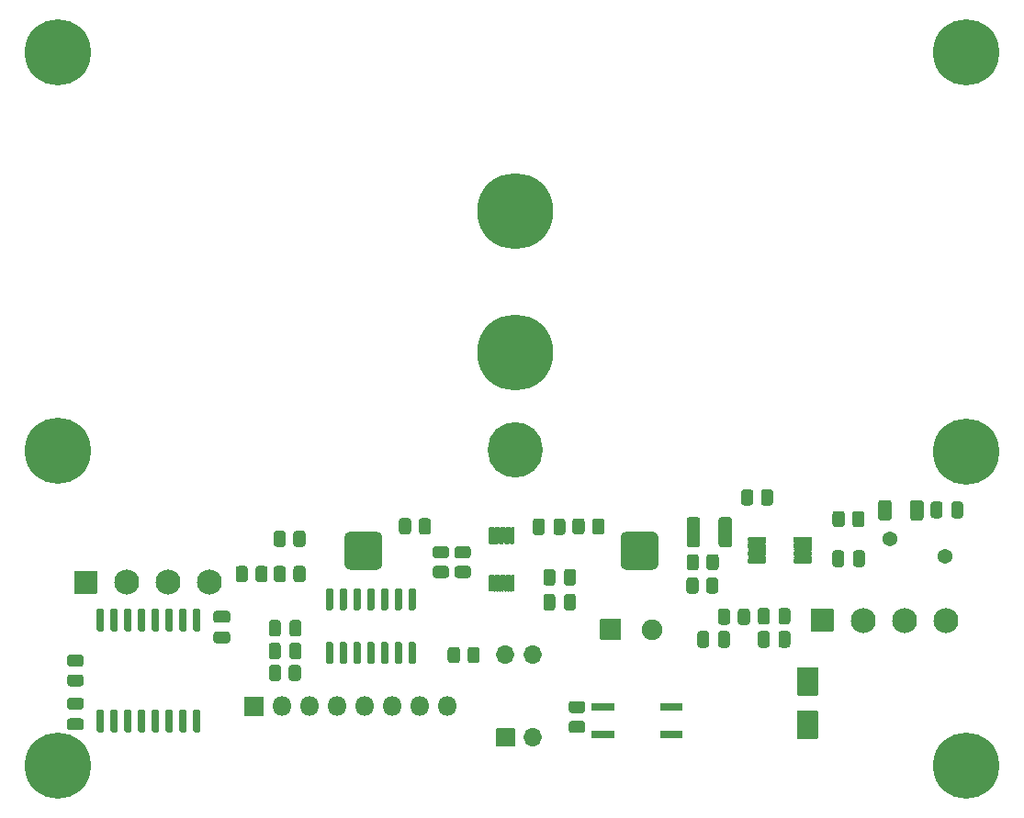
<source format=gbs>
G04 #@! TF.GenerationSoftware,KiCad,Pcbnew,5.1.9+dfsg1-1~bpo10+1*
G04 #@! TF.CreationDate,2021-05-28T14:11:43+00:00*
G04 #@! TF.ProjectId,CurrentShuntCircuit,43757272-656e-4745-9368-756e74436972,1*
G04 #@! TF.SameCoordinates,Original*
G04 #@! TF.FileFunction,Soldermask,Bot*
G04 #@! TF.FilePolarity,Negative*
%FSLAX46Y46*%
G04 Gerber Fmt 4.6, Leading zero omitted, Abs format (unit mm)*
G04 Created by KiCad (PCBNEW 5.1.9+dfsg1-1~bpo10+1) date 2021-05-28 14:11:43*
%MOMM*%
%LPD*%
G01*
G04 APERTURE LIST*
%ADD10C,7.000000*%
%ADD11O,1.702000X1.702000*%
%ADD12O,1.802000X1.802000*%
%ADD13C,2.302000*%
%ADD14C,6.100000*%
%ADD15C,5.102000*%
%ADD16C,1.902000*%
%ADD17C,1.372000*%
%ADD18C,0.100000*%
G04 APERTURE END LIST*
D10*
X185300000Y-75800000D03*
X185300000Y-88800000D03*
D11*
X184410000Y-116680000D03*
X186950000Y-124300000D03*
X186950000Y-116680000D03*
G36*
G01*
X185210000Y-125151000D02*
X183610000Y-125151000D01*
G75*
G02*
X183559000Y-125100000I0J51000D01*
G01*
X183559000Y-123500000D01*
G75*
G02*
X183610000Y-123449000I51000J0D01*
G01*
X185210000Y-123449000D01*
G75*
G02*
X185261000Y-123500000I0J-51000D01*
G01*
X185261000Y-125100000D01*
G75*
G02*
X185210000Y-125151000I-51000J0D01*
G01*
G37*
D12*
X179020000Y-121460000D03*
X176480000Y-121460000D03*
X173940000Y-121460000D03*
X171400000Y-121460000D03*
X168860000Y-121460000D03*
X166320000Y-121460000D03*
X163780000Y-121460000D03*
G36*
G01*
X162090000Y-122361000D02*
X160390000Y-122361000D01*
G75*
G02*
X160339000Y-122310000I0J51000D01*
G01*
X160339000Y-120610000D01*
G75*
G02*
X160390000Y-120559000I51000J0D01*
G01*
X162090000Y-120559000D01*
G75*
G02*
X162141000Y-120610000I0J-51000D01*
G01*
X162141000Y-122310000D01*
G75*
G02*
X162090000Y-122361000I-51000J0D01*
G01*
G37*
D13*
X225020000Y-113510000D03*
X221210000Y-113510000D03*
X217400000Y-113510000D03*
G36*
G01*
X212539000Y-114510000D02*
X212539000Y-112510000D01*
G75*
G02*
X212590000Y-112459000I51000J0D01*
G01*
X214590000Y-112459000D01*
G75*
G02*
X214641000Y-112510000I0J-51000D01*
G01*
X214641000Y-114510000D01*
G75*
G02*
X214590000Y-114561000I-51000J0D01*
G01*
X212590000Y-114561000D01*
G75*
G02*
X212539000Y-114510000I0J51000D01*
G01*
G37*
G36*
G01*
X188021000Y-104389500D02*
X188021000Y-105390500D01*
G75*
G02*
X187745500Y-105666000I-275500J0D01*
G01*
X187194500Y-105666000D01*
G75*
G02*
X186919000Y-105390500I0J275500D01*
G01*
X186919000Y-104389500D01*
G75*
G02*
X187194500Y-104114000I275500J0D01*
G01*
X187745500Y-104114000D01*
G75*
G02*
X188021000Y-104389500I0J-275500D01*
G01*
G37*
G36*
G01*
X189921000Y-104389500D02*
X189921000Y-105390500D01*
G75*
G02*
X189645500Y-105666000I-275500J0D01*
G01*
X189094500Y-105666000D01*
G75*
G02*
X188819000Y-105390500I0J275500D01*
G01*
X188819000Y-104389500D01*
G75*
G02*
X189094500Y-104114000I275500J0D01*
G01*
X189645500Y-104114000D01*
G75*
G02*
X189921000Y-104389500I0J-275500D01*
G01*
G37*
G36*
G01*
X164419000Y-118846124D02*
X164419000Y-117893876D01*
G75*
G02*
X164693876Y-117619000I274876J0D01*
G01*
X165271124Y-117619000D01*
G75*
G02*
X165546000Y-117893876I0J-274876D01*
G01*
X165546000Y-118846124D01*
G75*
G02*
X165271124Y-119121000I-274876J0D01*
G01*
X164693876Y-119121000D01*
G75*
G02*
X164419000Y-118846124I0J274876D01*
G01*
G37*
G36*
G01*
X162594000Y-118846124D02*
X162594000Y-117893876D01*
G75*
G02*
X162868876Y-117619000I274876J0D01*
G01*
X163446124Y-117619000D01*
G75*
G02*
X163721000Y-117893876I0J-274876D01*
G01*
X163721000Y-118846124D01*
G75*
G02*
X163446124Y-119121000I-274876J0D01*
G01*
X162868876Y-119121000D01*
G75*
G02*
X162594000Y-118846124I0J274876D01*
G01*
G37*
G36*
G01*
X198639000Y-124370000D02*
X198639000Y-123730000D01*
G75*
G02*
X198690000Y-123679000I51000J0D01*
G01*
X200690000Y-123679000D01*
G75*
G02*
X200741000Y-123730000I0J-51000D01*
G01*
X200741000Y-124370000D01*
G75*
G02*
X200690000Y-124421000I-51000J0D01*
G01*
X198690000Y-124421000D01*
G75*
G02*
X198639000Y-124370000I0J51000D01*
G01*
G37*
G36*
G01*
X198639000Y-121830000D02*
X198639000Y-121190000D01*
G75*
G02*
X198690000Y-121139000I51000J0D01*
G01*
X200690000Y-121139000D01*
G75*
G02*
X200741000Y-121190000I0J-51000D01*
G01*
X200741000Y-121830000D01*
G75*
G02*
X200690000Y-121881000I-51000J0D01*
G01*
X198690000Y-121881000D01*
G75*
G02*
X198639000Y-121830000I0J51000D01*
G01*
G37*
G36*
G01*
X192339000Y-121830000D02*
X192339000Y-121190000D01*
G75*
G02*
X192390000Y-121139000I51000J0D01*
G01*
X194390000Y-121139000D01*
G75*
G02*
X194441000Y-121190000I0J-51000D01*
G01*
X194441000Y-121830000D01*
G75*
G02*
X194390000Y-121881000I-51000J0D01*
G01*
X192390000Y-121881000D01*
G75*
G02*
X192339000Y-121830000I0J51000D01*
G01*
G37*
G36*
G01*
X192339000Y-124370000D02*
X192339000Y-123730000D01*
G75*
G02*
X192390000Y-123679000I51000J0D01*
G01*
X194390000Y-123679000D01*
G75*
G02*
X194441000Y-123730000I0J-51000D01*
G01*
X194441000Y-124370000D01*
G75*
G02*
X194390000Y-124421000I-51000J0D01*
G01*
X192390000Y-124421000D01*
G75*
G02*
X192339000Y-124370000I0J51000D01*
G01*
G37*
D14*
X143100000Y-97900000D03*
X226900000Y-98000000D03*
X226900000Y-61100000D03*
X143100000Y-61100000D03*
X143100000Y-126900000D03*
X226900000Y-126900000D03*
D15*
X185300000Y-97800000D03*
X185300000Y-75800000D03*
G36*
G01*
X210949000Y-108130500D02*
X210949000Y-107879500D01*
G75*
G02*
X211074500Y-107754000I125500J0D01*
G01*
X212550500Y-107754000D01*
G75*
G02*
X212676000Y-107879500I0J-125500D01*
G01*
X212676000Y-108130500D01*
G75*
G02*
X212550500Y-108256000I-125500J0D01*
G01*
X211074500Y-108256000D01*
G75*
G02*
X210949000Y-108130500I0J125500D01*
G01*
G37*
G36*
G01*
X210949000Y-107480500D02*
X210949000Y-107229500D01*
G75*
G02*
X211074500Y-107104000I125500J0D01*
G01*
X212550500Y-107104000D01*
G75*
G02*
X212676000Y-107229500I0J-125500D01*
G01*
X212676000Y-107480500D01*
G75*
G02*
X212550500Y-107606000I-125500J0D01*
G01*
X211074500Y-107606000D01*
G75*
G02*
X210949000Y-107480500I0J125500D01*
G01*
G37*
G36*
G01*
X210949000Y-106830500D02*
X210949000Y-106579500D01*
G75*
G02*
X211074500Y-106454000I125500J0D01*
G01*
X212550500Y-106454000D01*
G75*
G02*
X212676000Y-106579500I0J-125500D01*
G01*
X212676000Y-106830500D01*
G75*
G02*
X212550500Y-106956000I-125500J0D01*
G01*
X211074500Y-106956000D01*
G75*
G02*
X210949000Y-106830500I0J125500D01*
G01*
G37*
G36*
G01*
X210949000Y-106180500D02*
X210949000Y-105929500D01*
G75*
G02*
X211074500Y-105804000I125500J0D01*
G01*
X212550500Y-105804000D01*
G75*
G02*
X212676000Y-105929500I0J-125500D01*
G01*
X212676000Y-106180500D01*
G75*
G02*
X212550500Y-106306000I-125500J0D01*
G01*
X211074500Y-106306000D01*
G75*
G02*
X210949000Y-106180500I0J125500D01*
G01*
G37*
G36*
G01*
X206724000Y-106180500D02*
X206724000Y-105929500D01*
G75*
G02*
X206849500Y-105804000I125500J0D01*
G01*
X208325500Y-105804000D01*
G75*
G02*
X208451000Y-105929500I0J-125500D01*
G01*
X208451000Y-106180500D01*
G75*
G02*
X208325500Y-106306000I-125500J0D01*
G01*
X206849500Y-106306000D01*
G75*
G02*
X206724000Y-106180500I0J125500D01*
G01*
G37*
G36*
G01*
X206724000Y-106830500D02*
X206724000Y-106579500D01*
G75*
G02*
X206849500Y-106454000I125500J0D01*
G01*
X208325500Y-106454000D01*
G75*
G02*
X208451000Y-106579500I0J-125500D01*
G01*
X208451000Y-106830500D01*
G75*
G02*
X208325500Y-106956000I-125500J0D01*
G01*
X206849500Y-106956000D01*
G75*
G02*
X206724000Y-106830500I0J125500D01*
G01*
G37*
G36*
G01*
X206724000Y-107480500D02*
X206724000Y-107229500D01*
G75*
G02*
X206849500Y-107104000I125500J0D01*
G01*
X208325500Y-107104000D01*
G75*
G02*
X208451000Y-107229500I0J-125500D01*
G01*
X208451000Y-107480500D01*
G75*
G02*
X208325500Y-107606000I-125500J0D01*
G01*
X206849500Y-107606000D01*
G75*
G02*
X206724000Y-107480500I0J125500D01*
G01*
G37*
G36*
G01*
X206724000Y-108130500D02*
X206724000Y-107879500D01*
G75*
G02*
X206849500Y-107754000I125500J0D01*
G01*
X208325500Y-107754000D01*
G75*
G02*
X208451000Y-107879500I0J-125500D01*
G01*
X208451000Y-108130500D01*
G75*
G02*
X208325500Y-108256000I-125500J0D01*
G01*
X206849500Y-108256000D01*
G75*
G02*
X206724000Y-108130500I0J125500D01*
G01*
G37*
G36*
G01*
X156120500Y-114576000D02*
X155769500Y-114576000D01*
G75*
G02*
X155594000Y-114400500I0J175500D01*
G01*
X155594000Y-112599500D01*
G75*
G02*
X155769500Y-112424000I175500J0D01*
G01*
X156120500Y-112424000D01*
G75*
G02*
X156296000Y-112599500I0J-175500D01*
G01*
X156296000Y-114400500D01*
G75*
G02*
X156120500Y-114576000I-175500J0D01*
G01*
G37*
G36*
G01*
X154850500Y-114576000D02*
X154499500Y-114576000D01*
G75*
G02*
X154324000Y-114400500I0J175500D01*
G01*
X154324000Y-112599500D01*
G75*
G02*
X154499500Y-112424000I175500J0D01*
G01*
X154850500Y-112424000D01*
G75*
G02*
X155026000Y-112599500I0J-175500D01*
G01*
X155026000Y-114400500D01*
G75*
G02*
X154850500Y-114576000I-175500J0D01*
G01*
G37*
G36*
G01*
X153580500Y-114576000D02*
X153229500Y-114576000D01*
G75*
G02*
X153054000Y-114400500I0J175500D01*
G01*
X153054000Y-112599500D01*
G75*
G02*
X153229500Y-112424000I175500J0D01*
G01*
X153580500Y-112424000D01*
G75*
G02*
X153756000Y-112599500I0J-175500D01*
G01*
X153756000Y-114400500D01*
G75*
G02*
X153580500Y-114576000I-175500J0D01*
G01*
G37*
G36*
G01*
X152310500Y-114576000D02*
X151959500Y-114576000D01*
G75*
G02*
X151784000Y-114400500I0J175500D01*
G01*
X151784000Y-112599500D01*
G75*
G02*
X151959500Y-112424000I175500J0D01*
G01*
X152310500Y-112424000D01*
G75*
G02*
X152486000Y-112599500I0J-175500D01*
G01*
X152486000Y-114400500D01*
G75*
G02*
X152310500Y-114576000I-175500J0D01*
G01*
G37*
G36*
G01*
X151040500Y-114576000D02*
X150689500Y-114576000D01*
G75*
G02*
X150514000Y-114400500I0J175500D01*
G01*
X150514000Y-112599500D01*
G75*
G02*
X150689500Y-112424000I175500J0D01*
G01*
X151040500Y-112424000D01*
G75*
G02*
X151216000Y-112599500I0J-175500D01*
G01*
X151216000Y-114400500D01*
G75*
G02*
X151040500Y-114576000I-175500J0D01*
G01*
G37*
G36*
G01*
X149770500Y-114576000D02*
X149419500Y-114576000D01*
G75*
G02*
X149244000Y-114400500I0J175500D01*
G01*
X149244000Y-112599500D01*
G75*
G02*
X149419500Y-112424000I175500J0D01*
G01*
X149770500Y-112424000D01*
G75*
G02*
X149946000Y-112599500I0J-175500D01*
G01*
X149946000Y-114400500D01*
G75*
G02*
X149770500Y-114576000I-175500J0D01*
G01*
G37*
G36*
G01*
X148500500Y-114576000D02*
X148149500Y-114576000D01*
G75*
G02*
X147974000Y-114400500I0J175500D01*
G01*
X147974000Y-112599500D01*
G75*
G02*
X148149500Y-112424000I175500J0D01*
G01*
X148500500Y-112424000D01*
G75*
G02*
X148676000Y-112599500I0J-175500D01*
G01*
X148676000Y-114400500D01*
G75*
G02*
X148500500Y-114576000I-175500J0D01*
G01*
G37*
G36*
G01*
X147230500Y-114576000D02*
X146879500Y-114576000D01*
G75*
G02*
X146704000Y-114400500I0J175500D01*
G01*
X146704000Y-112599500D01*
G75*
G02*
X146879500Y-112424000I175500J0D01*
G01*
X147230500Y-112424000D01*
G75*
G02*
X147406000Y-112599500I0J-175500D01*
G01*
X147406000Y-114400500D01*
G75*
G02*
X147230500Y-114576000I-175500J0D01*
G01*
G37*
G36*
G01*
X147230500Y-123876000D02*
X146879500Y-123876000D01*
G75*
G02*
X146704000Y-123700500I0J175500D01*
G01*
X146704000Y-121899500D01*
G75*
G02*
X146879500Y-121724000I175500J0D01*
G01*
X147230500Y-121724000D01*
G75*
G02*
X147406000Y-121899500I0J-175500D01*
G01*
X147406000Y-123700500D01*
G75*
G02*
X147230500Y-123876000I-175500J0D01*
G01*
G37*
G36*
G01*
X148500500Y-123876000D02*
X148149500Y-123876000D01*
G75*
G02*
X147974000Y-123700500I0J175500D01*
G01*
X147974000Y-121899500D01*
G75*
G02*
X148149500Y-121724000I175500J0D01*
G01*
X148500500Y-121724000D01*
G75*
G02*
X148676000Y-121899500I0J-175500D01*
G01*
X148676000Y-123700500D01*
G75*
G02*
X148500500Y-123876000I-175500J0D01*
G01*
G37*
G36*
G01*
X149770500Y-123876000D02*
X149419500Y-123876000D01*
G75*
G02*
X149244000Y-123700500I0J175500D01*
G01*
X149244000Y-121899500D01*
G75*
G02*
X149419500Y-121724000I175500J0D01*
G01*
X149770500Y-121724000D01*
G75*
G02*
X149946000Y-121899500I0J-175500D01*
G01*
X149946000Y-123700500D01*
G75*
G02*
X149770500Y-123876000I-175500J0D01*
G01*
G37*
G36*
G01*
X151040500Y-123876000D02*
X150689500Y-123876000D01*
G75*
G02*
X150514000Y-123700500I0J175500D01*
G01*
X150514000Y-121899500D01*
G75*
G02*
X150689500Y-121724000I175500J0D01*
G01*
X151040500Y-121724000D01*
G75*
G02*
X151216000Y-121899500I0J-175500D01*
G01*
X151216000Y-123700500D01*
G75*
G02*
X151040500Y-123876000I-175500J0D01*
G01*
G37*
G36*
G01*
X152310500Y-123876000D02*
X151959500Y-123876000D01*
G75*
G02*
X151784000Y-123700500I0J175500D01*
G01*
X151784000Y-121899500D01*
G75*
G02*
X151959500Y-121724000I175500J0D01*
G01*
X152310500Y-121724000D01*
G75*
G02*
X152486000Y-121899500I0J-175500D01*
G01*
X152486000Y-123700500D01*
G75*
G02*
X152310500Y-123876000I-175500J0D01*
G01*
G37*
G36*
G01*
X153580500Y-123876000D02*
X153229500Y-123876000D01*
G75*
G02*
X153054000Y-123700500I0J175500D01*
G01*
X153054000Y-121899500D01*
G75*
G02*
X153229500Y-121724000I175500J0D01*
G01*
X153580500Y-121724000D01*
G75*
G02*
X153756000Y-121899500I0J-175500D01*
G01*
X153756000Y-123700500D01*
G75*
G02*
X153580500Y-123876000I-175500J0D01*
G01*
G37*
G36*
G01*
X154850500Y-123876000D02*
X154499500Y-123876000D01*
G75*
G02*
X154324000Y-123700500I0J175500D01*
G01*
X154324000Y-121899500D01*
G75*
G02*
X154499500Y-121724000I175500J0D01*
G01*
X154850500Y-121724000D01*
G75*
G02*
X155026000Y-121899500I0J-175500D01*
G01*
X155026000Y-123700500D01*
G75*
G02*
X154850500Y-123876000I-175500J0D01*
G01*
G37*
G36*
G01*
X156120500Y-123876000D02*
X155769500Y-123876000D01*
G75*
G02*
X155594000Y-123700500I0J175500D01*
G01*
X155594000Y-121899500D01*
G75*
G02*
X155769500Y-121724000I175500J0D01*
G01*
X156120500Y-121724000D01*
G75*
G02*
X156296000Y-121899500I0J-175500D01*
G01*
X156296000Y-123700500D01*
G75*
G02*
X156120500Y-123876000I-175500J0D01*
G01*
G37*
G36*
G01*
X185150500Y-106476000D02*
X184949500Y-106476000D01*
G75*
G02*
X184849000Y-106375500I0J100500D01*
G01*
X184849000Y-105024500D01*
G75*
G02*
X184949500Y-104924000I100500J0D01*
G01*
X185150500Y-104924000D01*
G75*
G02*
X185251000Y-105024500I0J-100500D01*
G01*
X185251000Y-106375500D01*
G75*
G02*
X185150500Y-106476000I-100500J0D01*
G01*
G37*
G36*
G01*
X184650500Y-106476000D02*
X184449500Y-106476000D01*
G75*
G02*
X184349000Y-106375500I0J100500D01*
G01*
X184349000Y-105024500D01*
G75*
G02*
X184449500Y-104924000I100500J0D01*
G01*
X184650500Y-104924000D01*
G75*
G02*
X184751000Y-105024500I0J-100500D01*
G01*
X184751000Y-106375500D01*
G75*
G02*
X184650500Y-106476000I-100500J0D01*
G01*
G37*
G36*
G01*
X184150500Y-106476000D02*
X183949500Y-106476000D01*
G75*
G02*
X183849000Y-106375500I0J100500D01*
G01*
X183849000Y-105024500D01*
G75*
G02*
X183949500Y-104924000I100500J0D01*
G01*
X184150500Y-104924000D01*
G75*
G02*
X184251000Y-105024500I0J-100500D01*
G01*
X184251000Y-106375500D01*
G75*
G02*
X184150500Y-106476000I-100500J0D01*
G01*
G37*
G36*
G01*
X183650500Y-106476000D02*
X183449500Y-106476000D01*
G75*
G02*
X183349000Y-106375500I0J100500D01*
G01*
X183349000Y-105024500D01*
G75*
G02*
X183449500Y-104924000I100500J0D01*
G01*
X183650500Y-104924000D01*
G75*
G02*
X183751000Y-105024500I0J-100500D01*
G01*
X183751000Y-106375500D01*
G75*
G02*
X183650500Y-106476000I-100500J0D01*
G01*
G37*
G36*
G01*
X183150500Y-106476000D02*
X182949500Y-106476000D01*
G75*
G02*
X182849000Y-106375500I0J100500D01*
G01*
X182849000Y-105024500D01*
G75*
G02*
X182949500Y-104924000I100500J0D01*
G01*
X183150500Y-104924000D01*
G75*
G02*
X183251000Y-105024500I0J-100500D01*
G01*
X183251000Y-106375500D01*
G75*
G02*
X183150500Y-106476000I-100500J0D01*
G01*
G37*
G36*
G01*
X183150500Y-110876000D02*
X182949500Y-110876000D01*
G75*
G02*
X182849000Y-110775500I0J100500D01*
G01*
X182849000Y-109424500D01*
G75*
G02*
X182949500Y-109324000I100500J0D01*
G01*
X183150500Y-109324000D01*
G75*
G02*
X183251000Y-109424500I0J-100500D01*
G01*
X183251000Y-110775500D01*
G75*
G02*
X183150500Y-110876000I-100500J0D01*
G01*
G37*
G36*
G01*
X183650500Y-110876000D02*
X183449500Y-110876000D01*
G75*
G02*
X183349000Y-110775500I0J100500D01*
G01*
X183349000Y-109424500D01*
G75*
G02*
X183449500Y-109324000I100500J0D01*
G01*
X183650500Y-109324000D01*
G75*
G02*
X183751000Y-109424500I0J-100500D01*
G01*
X183751000Y-110775500D01*
G75*
G02*
X183650500Y-110876000I-100500J0D01*
G01*
G37*
G36*
G01*
X184150500Y-110876000D02*
X183949500Y-110876000D01*
G75*
G02*
X183849000Y-110775500I0J100500D01*
G01*
X183849000Y-109424500D01*
G75*
G02*
X183949500Y-109324000I100500J0D01*
G01*
X184150500Y-109324000D01*
G75*
G02*
X184251000Y-109424500I0J-100500D01*
G01*
X184251000Y-110775500D01*
G75*
G02*
X184150500Y-110876000I-100500J0D01*
G01*
G37*
G36*
G01*
X184650500Y-110876000D02*
X184449500Y-110876000D01*
G75*
G02*
X184349000Y-110775500I0J100500D01*
G01*
X184349000Y-109424500D01*
G75*
G02*
X184449500Y-109324000I100500J0D01*
G01*
X184650500Y-109324000D01*
G75*
G02*
X184751000Y-109424500I0J-100500D01*
G01*
X184751000Y-110775500D01*
G75*
G02*
X184650500Y-110876000I-100500J0D01*
G01*
G37*
G36*
G01*
X185150500Y-110876000D02*
X184949500Y-110876000D01*
G75*
G02*
X184849000Y-110775500I0J100500D01*
G01*
X184849000Y-109424500D01*
G75*
G02*
X184949500Y-109324000I100500J0D01*
G01*
X185150500Y-109324000D01*
G75*
G02*
X185251000Y-109424500I0J-100500D01*
G01*
X185251000Y-110775500D01*
G75*
G02*
X185150500Y-110876000I-100500J0D01*
G01*
G37*
G36*
G01*
X168014500Y-115499000D02*
X168365500Y-115499000D01*
G75*
G02*
X168541000Y-115674500I0J-175500D01*
G01*
X168541000Y-117375500D01*
G75*
G02*
X168365500Y-117551000I-175500J0D01*
G01*
X168014500Y-117551000D01*
G75*
G02*
X167839000Y-117375500I0J175500D01*
G01*
X167839000Y-115674500D01*
G75*
G02*
X168014500Y-115499000I175500J0D01*
G01*
G37*
G36*
G01*
X169284500Y-115499000D02*
X169635500Y-115499000D01*
G75*
G02*
X169811000Y-115674500I0J-175500D01*
G01*
X169811000Y-117375500D01*
G75*
G02*
X169635500Y-117551000I-175500J0D01*
G01*
X169284500Y-117551000D01*
G75*
G02*
X169109000Y-117375500I0J175500D01*
G01*
X169109000Y-115674500D01*
G75*
G02*
X169284500Y-115499000I175500J0D01*
G01*
G37*
G36*
G01*
X170554500Y-115499000D02*
X170905500Y-115499000D01*
G75*
G02*
X171081000Y-115674500I0J-175500D01*
G01*
X171081000Y-117375500D01*
G75*
G02*
X170905500Y-117551000I-175500J0D01*
G01*
X170554500Y-117551000D01*
G75*
G02*
X170379000Y-117375500I0J175500D01*
G01*
X170379000Y-115674500D01*
G75*
G02*
X170554500Y-115499000I175500J0D01*
G01*
G37*
G36*
G01*
X171824500Y-115499000D02*
X172175500Y-115499000D01*
G75*
G02*
X172351000Y-115674500I0J-175500D01*
G01*
X172351000Y-117375500D01*
G75*
G02*
X172175500Y-117551000I-175500J0D01*
G01*
X171824500Y-117551000D01*
G75*
G02*
X171649000Y-117375500I0J175500D01*
G01*
X171649000Y-115674500D01*
G75*
G02*
X171824500Y-115499000I175500J0D01*
G01*
G37*
G36*
G01*
X173094500Y-115499000D02*
X173445500Y-115499000D01*
G75*
G02*
X173621000Y-115674500I0J-175500D01*
G01*
X173621000Y-117375500D01*
G75*
G02*
X173445500Y-117551000I-175500J0D01*
G01*
X173094500Y-117551000D01*
G75*
G02*
X172919000Y-117375500I0J175500D01*
G01*
X172919000Y-115674500D01*
G75*
G02*
X173094500Y-115499000I175500J0D01*
G01*
G37*
G36*
G01*
X174364500Y-115499000D02*
X174715500Y-115499000D01*
G75*
G02*
X174891000Y-115674500I0J-175500D01*
G01*
X174891000Y-117375500D01*
G75*
G02*
X174715500Y-117551000I-175500J0D01*
G01*
X174364500Y-117551000D01*
G75*
G02*
X174189000Y-117375500I0J175500D01*
G01*
X174189000Y-115674500D01*
G75*
G02*
X174364500Y-115499000I175500J0D01*
G01*
G37*
G36*
G01*
X175634500Y-115499000D02*
X175985500Y-115499000D01*
G75*
G02*
X176161000Y-115674500I0J-175500D01*
G01*
X176161000Y-117375500D01*
G75*
G02*
X175985500Y-117551000I-175500J0D01*
G01*
X175634500Y-117551000D01*
G75*
G02*
X175459000Y-117375500I0J175500D01*
G01*
X175459000Y-115674500D01*
G75*
G02*
X175634500Y-115499000I175500J0D01*
G01*
G37*
G36*
G01*
X175634500Y-110549000D02*
X175985500Y-110549000D01*
G75*
G02*
X176161000Y-110724500I0J-175500D01*
G01*
X176161000Y-112425500D01*
G75*
G02*
X175985500Y-112601000I-175500J0D01*
G01*
X175634500Y-112601000D01*
G75*
G02*
X175459000Y-112425500I0J175500D01*
G01*
X175459000Y-110724500D01*
G75*
G02*
X175634500Y-110549000I175500J0D01*
G01*
G37*
G36*
G01*
X174364500Y-110549000D02*
X174715500Y-110549000D01*
G75*
G02*
X174891000Y-110724500I0J-175500D01*
G01*
X174891000Y-112425500D01*
G75*
G02*
X174715500Y-112601000I-175500J0D01*
G01*
X174364500Y-112601000D01*
G75*
G02*
X174189000Y-112425500I0J175500D01*
G01*
X174189000Y-110724500D01*
G75*
G02*
X174364500Y-110549000I175500J0D01*
G01*
G37*
G36*
G01*
X173094500Y-110549000D02*
X173445500Y-110549000D01*
G75*
G02*
X173621000Y-110724500I0J-175500D01*
G01*
X173621000Y-112425500D01*
G75*
G02*
X173445500Y-112601000I-175500J0D01*
G01*
X173094500Y-112601000D01*
G75*
G02*
X172919000Y-112425500I0J175500D01*
G01*
X172919000Y-110724500D01*
G75*
G02*
X173094500Y-110549000I175500J0D01*
G01*
G37*
G36*
G01*
X171824500Y-110549000D02*
X172175500Y-110549000D01*
G75*
G02*
X172351000Y-110724500I0J-175500D01*
G01*
X172351000Y-112425500D01*
G75*
G02*
X172175500Y-112601000I-175500J0D01*
G01*
X171824500Y-112601000D01*
G75*
G02*
X171649000Y-112425500I0J175500D01*
G01*
X171649000Y-110724500D01*
G75*
G02*
X171824500Y-110549000I175500J0D01*
G01*
G37*
G36*
G01*
X170554500Y-110549000D02*
X170905500Y-110549000D01*
G75*
G02*
X171081000Y-110724500I0J-175500D01*
G01*
X171081000Y-112425500D01*
G75*
G02*
X170905500Y-112601000I-175500J0D01*
G01*
X170554500Y-112601000D01*
G75*
G02*
X170379000Y-112425500I0J175500D01*
G01*
X170379000Y-110724500D01*
G75*
G02*
X170554500Y-110549000I175500J0D01*
G01*
G37*
G36*
G01*
X169284500Y-110549000D02*
X169635500Y-110549000D01*
G75*
G02*
X169811000Y-110724500I0J-175500D01*
G01*
X169811000Y-112425500D01*
G75*
G02*
X169635500Y-112601000I-175500J0D01*
G01*
X169284500Y-112601000D01*
G75*
G02*
X169109000Y-112425500I0J175500D01*
G01*
X169109000Y-110724500D01*
G75*
G02*
X169284500Y-110549000I175500J0D01*
G01*
G37*
G36*
G01*
X168014500Y-110549000D02*
X168365500Y-110549000D01*
G75*
G02*
X168541000Y-110724500I0J-175500D01*
G01*
X168541000Y-112425500D01*
G75*
G02*
X168365500Y-112601000I-175500J0D01*
G01*
X168014500Y-112601000D01*
G75*
G02*
X167839000Y-112425500I0J175500D01*
G01*
X167839000Y-110724500D01*
G75*
G02*
X168014500Y-110549000I175500J0D01*
G01*
G37*
G36*
G01*
X164849000Y-109726124D02*
X164849000Y-108773876D01*
G75*
G02*
X165123876Y-108499000I274876J0D01*
G01*
X165701124Y-108499000D01*
G75*
G02*
X165976000Y-108773876I0J-274876D01*
G01*
X165976000Y-109726124D01*
G75*
G02*
X165701124Y-110001000I-274876J0D01*
G01*
X165123876Y-110001000D01*
G75*
G02*
X164849000Y-109726124I0J274876D01*
G01*
G37*
G36*
G01*
X163024000Y-109726124D02*
X163024000Y-108773876D01*
G75*
G02*
X163298876Y-108499000I274876J0D01*
G01*
X163876124Y-108499000D01*
G75*
G02*
X164151000Y-108773876I0J-274876D01*
G01*
X164151000Y-109726124D01*
G75*
G02*
X163876124Y-110001000I-274876J0D01*
G01*
X163298876Y-110001000D01*
G75*
G02*
X163024000Y-109726124I0J274876D01*
G01*
G37*
G36*
G01*
X164849000Y-106476124D02*
X164849000Y-105523876D01*
G75*
G02*
X165123876Y-105249000I274876J0D01*
G01*
X165701124Y-105249000D01*
G75*
G02*
X165976000Y-105523876I0J-274876D01*
G01*
X165976000Y-106476124D01*
G75*
G02*
X165701124Y-106751000I-274876J0D01*
G01*
X165123876Y-106751000D01*
G75*
G02*
X164849000Y-106476124I0J274876D01*
G01*
G37*
G36*
G01*
X163024000Y-106476124D02*
X163024000Y-105523876D01*
G75*
G02*
X163298876Y-105249000I274876J0D01*
G01*
X163876124Y-105249000D01*
G75*
G02*
X164151000Y-105523876I0J-274876D01*
G01*
X164151000Y-106476124D01*
G75*
G02*
X163876124Y-106751000I-274876J0D01*
G01*
X163298876Y-106751000D01*
G75*
G02*
X163024000Y-106476124I0J274876D01*
G01*
G37*
G36*
G01*
X145226124Y-117801000D02*
X144273876Y-117801000D01*
G75*
G02*
X143999000Y-117526124I0J274876D01*
G01*
X143999000Y-116948876D01*
G75*
G02*
X144273876Y-116674000I274876J0D01*
G01*
X145226124Y-116674000D01*
G75*
G02*
X145501000Y-116948876I0J-274876D01*
G01*
X145501000Y-117526124D01*
G75*
G02*
X145226124Y-117801000I-274876J0D01*
G01*
G37*
G36*
G01*
X145226124Y-119626000D02*
X144273876Y-119626000D01*
G75*
G02*
X143999000Y-119351124I0J274876D01*
G01*
X143999000Y-118773876D01*
G75*
G02*
X144273876Y-118499000I274876J0D01*
G01*
X145226124Y-118499000D01*
G75*
G02*
X145501000Y-118773876I0J-274876D01*
G01*
X145501000Y-119351124D01*
G75*
G02*
X145226124Y-119626000I-274876J0D01*
G01*
G37*
G36*
G01*
X161349000Y-109726124D02*
X161349000Y-108773876D01*
G75*
G02*
X161623876Y-108499000I274876J0D01*
G01*
X162201124Y-108499000D01*
G75*
G02*
X162476000Y-108773876I0J-274876D01*
G01*
X162476000Y-109726124D01*
G75*
G02*
X162201124Y-110001000I-274876J0D01*
G01*
X161623876Y-110001000D01*
G75*
G02*
X161349000Y-109726124I0J274876D01*
G01*
G37*
G36*
G01*
X159524000Y-109726124D02*
X159524000Y-108773876D01*
G75*
G02*
X159798876Y-108499000I274876J0D01*
G01*
X160376124Y-108499000D01*
G75*
G02*
X160651000Y-108773876I0J-274876D01*
G01*
X160651000Y-109726124D01*
G75*
G02*
X160376124Y-110001000I-274876J0D01*
G01*
X159798876Y-110001000D01*
G75*
G02*
X159524000Y-109726124I0J274876D01*
G01*
G37*
G36*
G01*
X180899000Y-117196124D02*
X180899000Y-116243876D01*
G75*
G02*
X181173876Y-115969000I274876J0D01*
G01*
X181751124Y-115969000D01*
G75*
G02*
X182026000Y-116243876I0J-274876D01*
G01*
X182026000Y-117196124D01*
G75*
G02*
X181751124Y-117471000I-274876J0D01*
G01*
X181173876Y-117471000D01*
G75*
G02*
X180899000Y-117196124I0J274876D01*
G01*
G37*
G36*
G01*
X179074000Y-117196124D02*
X179074000Y-116243876D01*
G75*
G02*
X179348876Y-115969000I274876J0D01*
G01*
X179926124Y-115969000D01*
G75*
G02*
X180201000Y-116243876I0J-274876D01*
G01*
X180201000Y-117196124D01*
G75*
G02*
X179926124Y-117471000I-274876J0D01*
G01*
X179348876Y-117471000D01*
G75*
G02*
X179074000Y-117196124I0J274876D01*
G01*
G37*
G36*
G01*
X179973876Y-108499000D02*
X180926124Y-108499000D01*
G75*
G02*
X181201000Y-108773876I0J-274876D01*
G01*
X181201000Y-109351124D01*
G75*
G02*
X180926124Y-109626000I-274876J0D01*
G01*
X179973876Y-109626000D01*
G75*
G02*
X179699000Y-109351124I0J274876D01*
G01*
X179699000Y-108773876D01*
G75*
G02*
X179973876Y-108499000I274876J0D01*
G01*
G37*
G36*
G01*
X179973876Y-106674000D02*
X180926124Y-106674000D01*
G75*
G02*
X181201000Y-106948876I0J-274876D01*
G01*
X181201000Y-107526124D01*
G75*
G02*
X180926124Y-107801000I-274876J0D01*
G01*
X179973876Y-107801000D01*
G75*
G02*
X179699000Y-107526124I0J274876D01*
G01*
X179699000Y-106948876D01*
G75*
G02*
X179973876Y-106674000I274876J0D01*
G01*
G37*
G36*
G01*
X177973876Y-108499000D02*
X178926124Y-108499000D01*
G75*
G02*
X179201000Y-108773876I0J-274876D01*
G01*
X179201000Y-109351124D01*
G75*
G02*
X178926124Y-109626000I-274876J0D01*
G01*
X177973876Y-109626000D01*
G75*
G02*
X177699000Y-109351124I0J274876D01*
G01*
X177699000Y-108773876D01*
G75*
G02*
X177973876Y-108499000I274876J0D01*
G01*
G37*
G36*
G01*
X177973876Y-106674000D02*
X178926124Y-106674000D01*
G75*
G02*
X179201000Y-106948876I0J-274876D01*
G01*
X179201000Y-107526124D01*
G75*
G02*
X178926124Y-107801000I-274876J0D01*
G01*
X177973876Y-107801000D01*
G75*
G02*
X177699000Y-107526124I0J274876D01*
G01*
X177699000Y-106948876D01*
G75*
G02*
X177973876Y-106674000I274876J0D01*
G01*
G37*
G36*
G01*
X190513876Y-122779000D02*
X191466124Y-122779000D01*
G75*
G02*
X191741000Y-123053876I0J-274876D01*
G01*
X191741000Y-123631124D01*
G75*
G02*
X191466124Y-123906000I-274876J0D01*
G01*
X190513876Y-123906000D01*
G75*
G02*
X190239000Y-123631124I0J274876D01*
G01*
X190239000Y-123053876D01*
G75*
G02*
X190513876Y-122779000I274876J0D01*
G01*
G37*
G36*
G01*
X190513876Y-120954000D02*
X191466124Y-120954000D01*
G75*
G02*
X191741000Y-121228876I0J-274876D01*
G01*
X191741000Y-121806124D01*
G75*
G02*
X191466124Y-122081000I-274876J0D01*
G01*
X190513876Y-122081000D01*
G75*
G02*
X190239000Y-121806124I0J274876D01*
G01*
X190239000Y-121228876D01*
G75*
G02*
X190513876Y-120954000I274876J0D01*
G01*
G37*
G36*
G01*
X202201000Y-109833876D02*
X202201000Y-110786124D01*
G75*
G02*
X201926124Y-111061000I-274876J0D01*
G01*
X201348876Y-111061000D01*
G75*
G02*
X201074000Y-110786124I0J274876D01*
G01*
X201074000Y-109833876D01*
G75*
G02*
X201348876Y-109559000I274876J0D01*
G01*
X201926124Y-109559000D01*
G75*
G02*
X202201000Y-109833876I0J-274876D01*
G01*
G37*
G36*
G01*
X204026000Y-109833876D02*
X204026000Y-110786124D01*
G75*
G02*
X203751124Y-111061000I-274876J0D01*
G01*
X203173876Y-111061000D01*
G75*
G02*
X202899000Y-110786124I0J274876D01*
G01*
X202899000Y-109833876D01*
G75*
G02*
X203173876Y-109559000I274876J0D01*
G01*
X203751124Y-109559000D01*
G75*
G02*
X204026000Y-109833876I0J-274876D01*
G01*
G37*
G36*
G01*
X202929000Y-108636124D02*
X202929000Y-107683876D01*
G75*
G02*
X203203876Y-107409000I274876J0D01*
G01*
X203781124Y-107409000D01*
G75*
G02*
X204056000Y-107683876I0J-274876D01*
G01*
X204056000Y-108636124D01*
G75*
G02*
X203781124Y-108911000I-274876J0D01*
G01*
X203203876Y-108911000D01*
G75*
G02*
X202929000Y-108636124I0J274876D01*
G01*
G37*
G36*
G01*
X201104000Y-108636124D02*
X201104000Y-107683876D01*
G75*
G02*
X201378876Y-107409000I274876J0D01*
G01*
X201956124Y-107409000D01*
G75*
G02*
X202231000Y-107683876I0J-274876D01*
G01*
X202231000Y-108636124D01*
G75*
G02*
X201956124Y-108911000I-274876J0D01*
G01*
X201378876Y-108911000D01*
G75*
G02*
X201104000Y-108636124I0J274876D01*
G01*
G37*
G36*
G01*
X205819000Y-113656124D02*
X205819000Y-112703876D01*
G75*
G02*
X206093876Y-112429000I274876J0D01*
G01*
X206671124Y-112429000D01*
G75*
G02*
X206946000Y-112703876I0J-274876D01*
G01*
X206946000Y-113656124D01*
G75*
G02*
X206671124Y-113931000I-274876J0D01*
G01*
X206093876Y-113931000D01*
G75*
G02*
X205819000Y-113656124I0J274876D01*
G01*
G37*
G36*
G01*
X203994000Y-113656124D02*
X203994000Y-112703876D01*
G75*
G02*
X204268876Y-112429000I274876J0D01*
G01*
X204846124Y-112429000D01*
G75*
G02*
X205121000Y-112703876I0J-274876D01*
G01*
X205121000Y-113656124D01*
G75*
G02*
X204846124Y-113931000I-274876J0D01*
G01*
X204268876Y-113931000D01*
G75*
G02*
X203994000Y-113656124I0J274876D01*
G01*
G37*
G36*
G01*
X207949000Y-102656124D02*
X207949000Y-101703876D01*
G75*
G02*
X208223876Y-101429000I274876J0D01*
G01*
X208801124Y-101429000D01*
G75*
G02*
X209076000Y-101703876I0J-274876D01*
G01*
X209076000Y-102656124D01*
G75*
G02*
X208801124Y-102931000I-274876J0D01*
G01*
X208223876Y-102931000D01*
G75*
G02*
X207949000Y-102656124I0J274876D01*
G01*
G37*
G36*
G01*
X206124000Y-102656124D02*
X206124000Y-101703876D01*
G75*
G02*
X206398876Y-101429000I274876J0D01*
G01*
X206976124Y-101429000D01*
G75*
G02*
X207251000Y-101703876I0J-274876D01*
G01*
X207251000Y-102656124D01*
G75*
G02*
X206976124Y-102931000I-274876J0D01*
G01*
X206398876Y-102931000D01*
G75*
G02*
X206124000Y-102656124I0J274876D01*
G01*
G37*
G36*
G01*
X216369000Y-104656124D02*
X216369000Y-103703876D01*
G75*
G02*
X216643876Y-103429000I274876J0D01*
G01*
X217221124Y-103429000D01*
G75*
G02*
X217496000Y-103703876I0J-274876D01*
G01*
X217496000Y-104656124D01*
G75*
G02*
X217221124Y-104931000I-274876J0D01*
G01*
X216643876Y-104931000D01*
G75*
G02*
X216369000Y-104656124I0J274876D01*
G01*
G37*
G36*
G01*
X214544000Y-104656124D02*
X214544000Y-103703876D01*
G75*
G02*
X214818876Y-103429000I274876J0D01*
G01*
X215396124Y-103429000D01*
G75*
G02*
X215671000Y-103703876I0J-274876D01*
G01*
X215671000Y-104656124D01*
G75*
G02*
X215396124Y-104931000I-274876J0D01*
G01*
X214818876Y-104931000D01*
G75*
G02*
X214544000Y-104656124I0J274876D01*
G01*
G37*
G36*
G01*
X175701000Y-104373876D02*
X175701000Y-105326124D01*
G75*
G02*
X175426124Y-105601000I-274876J0D01*
G01*
X174848876Y-105601000D01*
G75*
G02*
X174574000Y-105326124I0J274876D01*
G01*
X174574000Y-104373876D01*
G75*
G02*
X174848876Y-104099000I274876J0D01*
G01*
X175426124Y-104099000D01*
G75*
G02*
X175701000Y-104373876I0J-274876D01*
G01*
G37*
G36*
G01*
X177526000Y-104373876D02*
X177526000Y-105326124D01*
G75*
G02*
X177251124Y-105601000I-274876J0D01*
G01*
X176673876Y-105601000D01*
G75*
G02*
X176399000Y-105326124I0J274876D01*
G01*
X176399000Y-104373876D01*
G75*
G02*
X176673876Y-104099000I274876J0D01*
G01*
X177251124Y-104099000D01*
G75*
G02*
X177526000Y-104373876I0J-274876D01*
G01*
G37*
G36*
G01*
X192399000Y-105336124D02*
X192399000Y-104383876D01*
G75*
G02*
X192673876Y-104109000I274876J0D01*
G01*
X193251124Y-104109000D01*
G75*
G02*
X193526000Y-104383876I0J-274876D01*
G01*
X193526000Y-105336124D01*
G75*
G02*
X193251124Y-105611000I-274876J0D01*
G01*
X192673876Y-105611000D01*
G75*
G02*
X192399000Y-105336124I0J274876D01*
G01*
G37*
G36*
G01*
X190574000Y-105336124D02*
X190574000Y-104383876D01*
G75*
G02*
X190848876Y-104109000I274876J0D01*
G01*
X191426124Y-104109000D01*
G75*
G02*
X191701000Y-104383876I0J-274876D01*
G01*
X191701000Y-105336124D01*
G75*
G02*
X191426124Y-105611000I-274876J0D01*
G01*
X190848876Y-105611000D01*
G75*
G02*
X190574000Y-105336124I0J274876D01*
G01*
G37*
G36*
G01*
X193129000Y-115250000D02*
X193129000Y-113450000D01*
G75*
G02*
X193180000Y-113399000I51000J0D01*
G01*
X194980000Y-113399000D01*
G75*
G02*
X195031000Y-113450000I0J-51000D01*
G01*
X195031000Y-115250000D01*
G75*
G02*
X194980000Y-115301000I-51000J0D01*
G01*
X193180000Y-115301000D01*
G75*
G02*
X193129000Y-115250000I0J51000D01*
G01*
G37*
D16*
X197880000Y-114350000D03*
D13*
X157120000Y-110000000D03*
X153310000Y-110000000D03*
X149500000Y-110000000D03*
G36*
G01*
X144639000Y-111000000D02*
X144639000Y-109000000D01*
G75*
G02*
X144690000Y-108949000I51000J0D01*
G01*
X146690000Y-108949000D01*
G75*
G02*
X146741000Y-109000000I0J-51000D01*
G01*
X146741000Y-111000000D01*
G75*
G02*
X146690000Y-111051000I-51000J0D01*
G01*
X144690000Y-111051000D01*
G75*
G02*
X144639000Y-111000000I0J51000D01*
G01*
G37*
G36*
G01*
X169550000Y-108350000D02*
X169550000Y-105850000D01*
G75*
G02*
X170050000Y-105350000I500000J0D01*
G01*
X172550000Y-105350000D01*
G75*
G02*
X173050000Y-105850000I0J-500000D01*
G01*
X173050000Y-108350000D01*
G75*
G02*
X172550000Y-108850000I-500000J0D01*
G01*
X170050000Y-108850000D01*
G75*
G02*
X169550000Y-108350000I0J500000D01*
G01*
G37*
G36*
G01*
X195000000Y-108350000D02*
X195000000Y-105850000D01*
G75*
G02*
X195500000Y-105350000I500000J0D01*
G01*
X198000000Y-105350000D01*
G75*
G02*
X198500000Y-105850000I0J-500000D01*
G01*
X198500000Y-108350000D01*
G75*
G02*
X198000000Y-108850000I-500000J0D01*
G01*
X195500000Y-108850000D01*
G75*
G02*
X195000000Y-108350000I0J500000D01*
G01*
G37*
D17*
X219850000Y-106030000D03*
X224950000Y-107630000D03*
G36*
G01*
X211350000Y-121849000D02*
X213150000Y-121849000D01*
G75*
G02*
X213201000Y-121900000I0J-51000D01*
G01*
X213201000Y-124400000D01*
G75*
G02*
X213150000Y-124451000I-51000J0D01*
G01*
X211350000Y-124451000D01*
G75*
G02*
X211299000Y-124400000I0J51000D01*
G01*
X211299000Y-121900000D01*
G75*
G02*
X211350000Y-121849000I51000J0D01*
G01*
G37*
G36*
G01*
X211350000Y-117849000D02*
X213150000Y-117849000D01*
G75*
G02*
X213201000Y-117900000I0J-51000D01*
G01*
X213201000Y-120400000D01*
G75*
G02*
X213150000Y-120451000I-51000J0D01*
G01*
X211350000Y-120451000D01*
G75*
G02*
X211299000Y-120400000I0J51000D01*
G01*
X211299000Y-117900000D01*
G75*
G02*
X211350000Y-117849000I51000J0D01*
G01*
G37*
G36*
G01*
X158750500Y-113751000D02*
X157749500Y-113751000D01*
G75*
G02*
X157474000Y-113475500I0J275500D01*
G01*
X157474000Y-112924500D01*
G75*
G02*
X157749500Y-112649000I275500J0D01*
G01*
X158750500Y-112649000D01*
G75*
G02*
X159026000Y-112924500I0J-275500D01*
G01*
X159026000Y-113475500D01*
G75*
G02*
X158750500Y-113751000I-275500J0D01*
G01*
G37*
G36*
G01*
X158750500Y-115651000D02*
X157749500Y-115651000D01*
G75*
G02*
X157474000Y-115375500I0J275500D01*
G01*
X157474000Y-114824500D01*
G75*
G02*
X157749500Y-114549000I275500J0D01*
G01*
X158750500Y-114549000D01*
G75*
G02*
X159026000Y-114824500I0J-275500D01*
G01*
X159026000Y-115375500D01*
G75*
G02*
X158750500Y-115651000I-275500J0D01*
G01*
G37*
G36*
G01*
X144249500Y-122549000D02*
X145250500Y-122549000D01*
G75*
G02*
X145526000Y-122824500I0J-275500D01*
G01*
X145526000Y-123375500D01*
G75*
G02*
X145250500Y-123651000I-275500J0D01*
G01*
X144249500Y-123651000D01*
G75*
G02*
X143974000Y-123375500I0J275500D01*
G01*
X143974000Y-122824500D01*
G75*
G02*
X144249500Y-122549000I275500J0D01*
G01*
G37*
G36*
G01*
X144249500Y-120649000D02*
X145250500Y-120649000D01*
G75*
G02*
X145526000Y-120924500I0J-275500D01*
G01*
X145526000Y-121475500D01*
G75*
G02*
X145250500Y-121751000I-275500J0D01*
G01*
X144249500Y-121751000D01*
G75*
G02*
X143974000Y-121475500I0J275500D01*
G01*
X143974000Y-120924500D01*
G75*
G02*
X144249500Y-120649000I275500J0D01*
G01*
G37*
G36*
G01*
X202351000Y-104271172D02*
X202351000Y-106528828D01*
G75*
G02*
X202078828Y-106801000I-272172J0D01*
G01*
X201371172Y-106801000D01*
G75*
G02*
X201099000Y-106528828I0J272172D01*
G01*
X201099000Y-104271172D01*
G75*
G02*
X201371172Y-103999000I272172J0D01*
G01*
X202078828Y-103999000D01*
G75*
G02*
X202351000Y-104271172I0J-272172D01*
G01*
G37*
G36*
G01*
X205301000Y-104271172D02*
X205301000Y-106528828D01*
G75*
G02*
X205028828Y-106801000I-272172J0D01*
G01*
X204321172Y-106801000D01*
G75*
G02*
X204049000Y-106528828I0J272172D01*
G01*
X204049000Y-104271172D01*
G75*
G02*
X204321172Y-103999000I272172J0D01*
G01*
X205028828Y-103999000D01*
G75*
G02*
X205301000Y-104271172I0J-272172D01*
G01*
G37*
G36*
G01*
X209559000Y-113640500D02*
X209559000Y-112639500D01*
G75*
G02*
X209834500Y-112364000I275500J0D01*
G01*
X210385500Y-112364000D01*
G75*
G02*
X210661000Y-112639500I0J-275500D01*
G01*
X210661000Y-113640500D01*
G75*
G02*
X210385500Y-113916000I-275500J0D01*
G01*
X209834500Y-113916000D01*
G75*
G02*
X209559000Y-113640500I0J275500D01*
G01*
G37*
G36*
G01*
X207659000Y-113640500D02*
X207659000Y-112639500D01*
G75*
G02*
X207934500Y-112364000I275500J0D01*
G01*
X208485500Y-112364000D01*
G75*
G02*
X208761000Y-112639500I0J-275500D01*
G01*
X208761000Y-113640500D01*
G75*
G02*
X208485500Y-113916000I-275500J0D01*
G01*
X207934500Y-113916000D01*
G75*
G02*
X207659000Y-113640500I0J275500D01*
G01*
G37*
G36*
G01*
X209559000Y-115770500D02*
X209559000Y-114769500D01*
G75*
G02*
X209834500Y-114494000I275500J0D01*
G01*
X210385500Y-114494000D01*
G75*
G02*
X210661000Y-114769500I0J-275500D01*
G01*
X210661000Y-115770500D01*
G75*
G02*
X210385500Y-116046000I-275500J0D01*
G01*
X209834500Y-116046000D01*
G75*
G02*
X209559000Y-115770500I0J275500D01*
G01*
G37*
G36*
G01*
X207659000Y-115770500D02*
X207659000Y-114769500D01*
G75*
G02*
X207934500Y-114494000I275500J0D01*
G01*
X208485500Y-114494000D01*
G75*
G02*
X208761000Y-114769500I0J-275500D01*
G01*
X208761000Y-115770500D01*
G75*
G02*
X208485500Y-116046000I-275500J0D01*
G01*
X207934500Y-116046000D01*
G75*
G02*
X207659000Y-115770500I0J275500D01*
G01*
G37*
G36*
G01*
X203989000Y-115770500D02*
X203989000Y-114769500D01*
G75*
G02*
X204264500Y-114494000I275500J0D01*
G01*
X204815500Y-114494000D01*
G75*
G02*
X205091000Y-114769500I0J-275500D01*
G01*
X205091000Y-115770500D01*
G75*
G02*
X204815500Y-116046000I-275500J0D01*
G01*
X204264500Y-116046000D01*
G75*
G02*
X203989000Y-115770500I0J275500D01*
G01*
G37*
G36*
G01*
X202089000Y-115770500D02*
X202089000Y-114769500D01*
G75*
G02*
X202364500Y-114494000I275500J0D01*
G01*
X202915500Y-114494000D01*
G75*
G02*
X203191000Y-114769500I0J-275500D01*
G01*
X203191000Y-115770500D01*
G75*
G02*
X202915500Y-116046000I-275500J0D01*
G01*
X202364500Y-116046000D01*
G75*
G02*
X202089000Y-115770500I0J275500D01*
G01*
G37*
G36*
G01*
X216439000Y-108330500D02*
X216439000Y-107329500D01*
G75*
G02*
X216714500Y-107054000I275500J0D01*
G01*
X217265500Y-107054000D01*
G75*
G02*
X217541000Y-107329500I0J-275500D01*
G01*
X217541000Y-108330500D01*
G75*
G02*
X217265500Y-108606000I-275500J0D01*
G01*
X216714500Y-108606000D01*
G75*
G02*
X216439000Y-108330500I0J275500D01*
G01*
G37*
G36*
G01*
X214539000Y-108330500D02*
X214539000Y-107329500D01*
G75*
G02*
X214814500Y-107054000I275500J0D01*
G01*
X215365500Y-107054000D01*
G75*
G02*
X215641000Y-107329500I0J-275500D01*
G01*
X215641000Y-108330500D01*
G75*
G02*
X215365500Y-108606000I-275500J0D01*
G01*
X214814500Y-108606000D01*
G75*
G02*
X214539000Y-108330500I0J275500D01*
G01*
G37*
G36*
G01*
X225499000Y-103830500D02*
X225499000Y-102829500D01*
G75*
G02*
X225774500Y-102554000I275500J0D01*
G01*
X226325500Y-102554000D01*
G75*
G02*
X226601000Y-102829500I0J-275500D01*
G01*
X226601000Y-103830500D01*
G75*
G02*
X226325500Y-104106000I-275500J0D01*
G01*
X225774500Y-104106000D01*
G75*
G02*
X225499000Y-103830500I0J275500D01*
G01*
G37*
G36*
G01*
X223599000Y-103830500D02*
X223599000Y-102829500D01*
G75*
G02*
X223874500Y-102554000I275500J0D01*
G01*
X224425500Y-102554000D01*
G75*
G02*
X224701000Y-102829500I0J-275500D01*
G01*
X224701000Y-103830500D01*
G75*
G02*
X224425500Y-104106000I-275500J0D01*
G01*
X223874500Y-104106000D01*
G75*
G02*
X223599000Y-103830500I0J275500D01*
G01*
G37*
G36*
G01*
X221699000Y-104058828D02*
X221699000Y-102701172D01*
G75*
G02*
X221971172Y-102429000I272172J0D01*
G01*
X222678828Y-102429000D01*
G75*
G02*
X222951000Y-102701172I0J-272172D01*
G01*
X222951000Y-104058828D01*
G75*
G02*
X222678828Y-104331000I-272172J0D01*
G01*
X221971172Y-104331000D01*
G75*
G02*
X221699000Y-104058828I0J272172D01*
G01*
G37*
G36*
G01*
X218749000Y-104058828D02*
X218749000Y-102701172D01*
G75*
G02*
X219021172Y-102429000I272172J0D01*
G01*
X219728828Y-102429000D01*
G75*
G02*
X220001000Y-102701172I0J-272172D01*
G01*
X220001000Y-104058828D01*
G75*
G02*
X219728828Y-104331000I-272172J0D01*
G01*
X219021172Y-104331000D01*
G75*
G02*
X218749000Y-104058828I0J272172D01*
G01*
G37*
G36*
G01*
X164489000Y-114750500D02*
X164489000Y-113749500D01*
G75*
G02*
X164764500Y-113474000I275500J0D01*
G01*
X165315500Y-113474000D01*
G75*
G02*
X165591000Y-113749500I0J-275500D01*
G01*
X165591000Y-114750500D01*
G75*
G02*
X165315500Y-115026000I-275500J0D01*
G01*
X164764500Y-115026000D01*
G75*
G02*
X164489000Y-114750500I0J275500D01*
G01*
G37*
G36*
G01*
X162589000Y-114750500D02*
X162589000Y-113749500D01*
G75*
G02*
X162864500Y-113474000I275500J0D01*
G01*
X163415500Y-113474000D01*
G75*
G02*
X163691000Y-113749500I0J-275500D01*
G01*
X163691000Y-114750500D01*
G75*
G02*
X163415500Y-115026000I-275500J0D01*
G01*
X162864500Y-115026000D01*
G75*
G02*
X162589000Y-114750500I0J275500D01*
G01*
G37*
G36*
G01*
X189799000Y-110050500D02*
X189799000Y-109049500D01*
G75*
G02*
X190074500Y-108774000I275500J0D01*
G01*
X190625500Y-108774000D01*
G75*
G02*
X190901000Y-109049500I0J-275500D01*
G01*
X190901000Y-110050500D01*
G75*
G02*
X190625500Y-110326000I-275500J0D01*
G01*
X190074500Y-110326000D01*
G75*
G02*
X189799000Y-110050500I0J275500D01*
G01*
G37*
G36*
G01*
X187899000Y-110050500D02*
X187899000Y-109049500D01*
G75*
G02*
X188174500Y-108774000I275500J0D01*
G01*
X188725500Y-108774000D01*
G75*
G02*
X189001000Y-109049500I0J-275500D01*
G01*
X189001000Y-110050500D01*
G75*
G02*
X188725500Y-110326000I-275500J0D01*
G01*
X188174500Y-110326000D01*
G75*
G02*
X187899000Y-110050500I0J275500D01*
G01*
G37*
G36*
G01*
X164489000Y-116850500D02*
X164489000Y-115849500D01*
G75*
G02*
X164764500Y-115574000I275500J0D01*
G01*
X165315500Y-115574000D01*
G75*
G02*
X165591000Y-115849500I0J-275500D01*
G01*
X165591000Y-116850500D01*
G75*
G02*
X165315500Y-117126000I-275500J0D01*
G01*
X164764500Y-117126000D01*
G75*
G02*
X164489000Y-116850500I0J275500D01*
G01*
G37*
G36*
G01*
X162589000Y-116850500D02*
X162589000Y-115849500D01*
G75*
G02*
X162864500Y-115574000I275500J0D01*
G01*
X163415500Y-115574000D01*
G75*
G02*
X163691000Y-115849500I0J-275500D01*
G01*
X163691000Y-116850500D01*
G75*
G02*
X163415500Y-117126000I-275500J0D01*
G01*
X162864500Y-117126000D01*
G75*
G02*
X162589000Y-116850500I0J275500D01*
G01*
G37*
G36*
G01*
X189799000Y-112350500D02*
X189799000Y-111349500D01*
G75*
G02*
X190074500Y-111074000I275500J0D01*
G01*
X190625500Y-111074000D01*
G75*
G02*
X190901000Y-111349500I0J-275500D01*
G01*
X190901000Y-112350500D01*
G75*
G02*
X190625500Y-112626000I-275500J0D01*
G01*
X190074500Y-112626000D01*
G75*
G02*
X189799000Y-112350500I0J275500D01*
G01*
G37*
G36*
G01*
X187899000Y-112350500D02*
X187899000Y-111349500D01*
G75*
G02*
X188174500Y-111074000I275500J0D01*
G01*
X188725500Y-111074000D01*
G75*
G02*
X189001000Y-111349500I0J-275500D01*
G01*
X189001000Y-112350500D01*
G75*
G02*
X188725500Y-112626000I-275500J0D01*
G01*
X188174500Y-112626000D01*
G75*
G02*
X187899000Y-112350500I0J275500D01*
G01*
G37*
D18*
G36*
X183707056Y-109322010D02*
G01*
X183720491Y-109323333D01*
X183720876Y-109323409D01*
X183727890Y-109325537D01*
X183728252Y-109325687D01*
X183741935Y-109333000D01*
X183764298Y-109342263D01*
X183787948Y-109346967D01*
X183812054Y-109346967D01*
X183835704Y-109342262D01*
X183858065Y-109333000D01*
X183871748Y-109325687D01*
X183872110Y-109325537D01*
X183879124Y-109323409D01*
X183879509Y-109323333D01*
X183892944Y-109322010D01*
X183893140Y-109322000D01*
X183949500Y-109322000D01*
X183951232Y-109323000D01*
X183951232Y-109325000D01*
X183949696Y-109325990D01*
X183930288Y-109327901D01*
X183911809Y-109333507D01*
X183894781Y-109342608D01*
X183879857Y-109354857D01*
X183867608Y-109369781D01*
X183858507Y-109386809D01*
X183852901Y-109405288D01*
X183851000Y-109424594D01*
X183851000Y-110775406D01*
X183852901Y-110794712D01*
X183858507Y-110813191D01*
X183867608Y-110830219D01*
X183879857Y-110845143D01*
X183894781Y-110857392D01*
X183911809Y-110866493D01*
X183930288Y-110872099D01*
X183949696Y-110874010D01*
X183951322Y-110875175D01*
X183951126Y-110877165D01*
X183949500Y-110878000D01*
X183893140Y-110878000D01*
X183892944Y-110877990D01*
X183879509Y-110876667D01*
X183879124Y-110876591D01*
X183872110Y-110874463D01*
X183871748Y-110874313D01*
X183858065Y-110867000D01*
X183835702Y-110857737D01*
X183812052Y-110853033D01*
X183787946Y-110853033D01*
X183764296Y-110857738D01*
X183741935Y-110867000D01*
X183728252Y-110874313D01*
X183727890Y-110874463D01*
X183720876Y-110876591D01*
X183720491Y-110876667D01*
X183707056Y-110877990D01*
X183706860Y-110878000D01*
X183650500Y-110878000D01*
X183648768Y-110877000D01*
X183648768Y-110875000D01*
X183650304Y-110874010D01*
X183669712Y-110872099D01*
X183688191Y-110866493D01*
X183705219Y-110857392D01*
X183720143Y-110845143D01*
X183732392Y-110830219D01*
X183741493Y-110813191D01*
X183747099Y-110794712D01*
X183749000Y-110775406D01*
X183749000Y-109424594D01*
X183747099Y-109405288D01*
X183741493Y-109386809D01*
X183732392Y-109369781D01*
X183720143Y-109354857D01*
X183705219Y-109342608D01*
X183688191Y-109333507D01*
X183669712Y-109327901D01*
X183650304Y-109325990D01*
X183648678Y-109324825D01*
X183648874Y-109322835D01*
X183650500Y-109322000D01*
X183706860Y-109322000D01*
X183707056Y-109322010D01*
G37*
G36*
X184207056Y-109322010D02*
G01*
X184220491Y-109323333D01*
X184220876Y-109323409D01*
X184227890Y-109325537D01*
X184228252Y-109325687D01*
X184241935Y-109333000D01*
X184264298Y-109342263D01*
X184287948Y-109346967D01*
X184312054Y-109346967D01*
X184335704Y-109342262D01*
X184358065Y-109333000D01*
X184371748Y-109325687D01*
X184372110Y-109325537D01*
X184379124Y-109323409D01*
X184379509Y-109323333D01*
X184392944Y-109322010D01*
X184393140Y-109322000D01*
X184449500Y-109322000D01*
X184451232Y-109323000D01*
X184451232Y-109325000D01*
X184449696Y-109325990D01*
X184430288Y-109327901D01*
X184411809Y-109333507D01*
X184394781Y-109342608D01*
X184379857Y-109354857D01*
X184367608Y-109369781D01*
X184358507Y-109386809D01*
X184352901Y-109405288D01*
X184351000Y-109424594D01*
X184351000Y-110775406D01*
X184352901Y-110794712D01*
X184358507Y-110813191D01*
X184367608Y-110830219D01*
X184379857Y-110845143D01*
X184394781Y-110857392D01*
X184411809Y-110866493D01*
X184430288Y-110872099D01*
X184449696Y-110874010D01*
X184451322Y-110875175D01*
X184451126Y-110877165D01*
X184449500Y-110878000D01*
X184393140Y-110878000D01*
X184392944Y-110877990D01*
X184379509Y-110876667D01*
X184379124Y-110876591D01*
X184372110Y-110874463D01*
X184371748Y-110874313D01*
X184358065Y-110867000D01*
X184335702Y-110857737D01*
X184312052Y-110853033D01*
X184287946Y-110853033D01*
X184264296Y-110857738D01*
X184241935Y-110867000D01*
X184228252Y-110874313D01*
X184227890Y-110874463D01*
X184220876Y-110876591D01*
X184220491Y-110876667D01*
X184207056Y-110877990D01*
X184206860Y-110878000D01*
X184150500Y-110878000D01*
X184148768Y-110877000D01*
X184148768Y-110875000D01*
X184150304Y-110874010D01*
X184169712Y-110872099D01*
X184188191Y-110866493D01*
X184205219Y-110857392D01*
X184220143Y-110845143D01*
X184232392Y-110830219D01*
X184241493Y-110813191D01*
X184247099Y-110794712D01*
X184249000Y-110775406D01*
X184249000Y-109424594D01*
X184247099Y-109405288D01*
X184241493Y-109386809D01*
X184232392Y-109369781D01*
X184220143Y-109354857D01*
X184205219Y-109342608D01*
X184188191Y-109333507D01*
X184169712Y-109327901D01*
X184150304Y-109325990D01*
X184148678Y-109324825D01*
X184148874Y-109322835D01*
X184150500Y-109322000D01*
X184206860Y-109322000D01*
X184207056Y-109322010D01*
G37*
G36*
X184707056Y-109322010D02*
G01*
X184720491Y-109323333D01*
X184720876Y-109323409D01*
X184727890Y-109325537D01*
X184728252Y-109325687D01*
X184741935Y-109333000D01*
X184764298Y-109342263D01*
X184787948Y-109346967D01*
X184812054Y-109346967D01*
X184835704Y-109342262D01*
X184858065Y-109333000D01*
X184871748Y-109325687D01*
X184872110Y-109325537D01*
X184879124Y-109323409D01*
X184879509Y-109323333D01*
X184892944Y-109322010D01*
X184893140Y-109322000D01*
X184949500Y-109322000D01*
X184951232Y-109323000D01*
X184951232Y-109325000D01*
X184949696Y-109325990D01*
X184930288Y-109327901D01*
X184911809Y-109333507D01*
X184894781Y-109342608D01*
X184879857Y-109354857D01*
X184867608Y-109369781D01*
X184858507Y-109386809D01*
X184852901Y-109405288D01*
X184851000Y-109424594D01*
X184851000Y-110775406D01*
X184852901Y-110794712D01*
X184858507Y-110813191D01*
X184867608Y-110830219D01*
X184879857Y-110845143D01*
X184894781Y-110857392D01*
X184911809Y-110866493D01*
X184930288Y-110872099D01*
X184949696Y-110874010D01*
X184951322Y-110875175D01*
X184951126Y-110877165D01*
X184949500Y-110878000D01*
X184893140Y-110878000D01*
X184892944Y-110877990D01*
X184879509Y-110876667D01*
X184879124Y-110876591D01*
X184872110Y-110874463D01*
X184871748Y-110874313D01*
X184858065Y-110867000D01*
X184835702Y-110857737D01*
X184812052Y-110853033D01*
X184787946Y-110853033D01*
X184764296Y-110857738D01*
X184741935Y-110867000D01*
X184728252Y-110874313D01*
X184727890Y-110874463D01*
X184720876Y-110876591D01*
X184720491Y-110876667D01*
X184707056Y-110877990D01*
X184706860Y-110878000D01*
X184650500Y-110878000D01*
X184648768Y-110877000D01*
X184648768Y-110875000D01*
X184650304Y-110874010D01*
X184669712Y-110872099D01*
X184688191Y-110866493D01*
X184705219Y-110857392D01*
X184720143Y-110845143D01*
X184732392Y-110830219D01*
X184741493Y-110813191D01*
X184747099Y-110794712D01*
X184749000Y-110775406D01*
X184749000Y-109424594D01*
X184747099Y-109405288D01*
X184741493Y-109386809D01*
X184732392Y-109369781D01*
X184720143Y-109354857D01*
X184705219Y-109342608D01*
X184688191Y-109333507D01*
X184669712Y-109327901D01*
X184650304Y-109325990D01*
X184648678Y-109324825D01*
X184648874Y-109322835D01*
X184650500Y-109322000D01*
X184706860Y-109322000D01*
X184707056Y-109322010D01*
G37*
G36*
X183207056Y-109322010D02*
G01*
X183220491Y-109323333D01*
X183220876Y-109323409D01*
X183227890Y-109325537D01*
X183228252Y-109325687D01*
X183241935Y-109333000D01*
X183264298Y-109342263D01*
X183287948Y-109346967D01*
X183312054Y-109346967D01*
X183335704Y-109342262D01*
X183358065Y-109333000D01*
X183371748Y-109325687D01*
X183372110Y-109325537D01*
X183379124Y-109323409D01*
X183379509Y-109323333D01*
X183392944Y-109322010D01*
X183393140Y-109322000D01*
X183449500Y-109322000D01*
X183451232Y-109323000D01*
X183451232Y-109325000D01*
X183449696Y-109325990D01*
X183430288Y-109327901D01*
X183411809Y-109333507D01*
X183394781Y-109342608D01*
X183379857Y-109354857D01*
X183367608Y-109369781D01*
X183358507Y-109386809D01*
X183352901Y-109405288D01*
X183351000Y-109424594D01*
X183351000Y-110775406D01*
X183352901Y-110794712D01*
X183358507Y-110813191D01*
X183367608Y-110830219D01*
X183379857Y-110845143D01*
X183394781Y-110857392D01*
X183411809Y-110866493D01*
X183430288Y-110872099D01*
X183449696Y-110874010D01*
X183451322Y-110875175D01*
X183451126Y-110877165D01*
X183449500Y-110878000D01*
X183393140Y-110878000D01*
X183392944Y-110877990D01*
X183379509Y-110876667D01*
X183379124Y-110876591D01*
X183372110Y-110874463D01*
X183371748Y-110874313D01*
X183358065Y-110867000D01*
X183335702Y-110857737D01*
X183312052Y-110853033D01*
X183287946Y-110853033D01*
X183264296Y-110857738D01*
X183241935Y-110867000D01*
X183228252Y-110874313D01*
X183227890Y-110874463D01*
X183220876Y-110876591D01*
X183220491Y-110876667D01*
X183207056Y-110877990D01*
X183206860Y-110878000D01*
X183150500Y-110878000D01*
X183148768Y-110877000D01*
X183148768Y-110875000D01*
X183150304Y-110874010D01*
X183169712Y-110872099D01*
X183188191Y-110866493D01*
X183205219Y-110857392D01*
X183220143Y-110845143D01*
X183232392Y-110830219D01*
X183241493Y-110813191D01*
X183247099Y-110794712D01*
X183249000Y-110775406D01*
X183249000Y-109424594D01*
X183247099Y-109405288D01*
X183241493Y-109386809D01*
X183232392Y-109369781D01*
X183220143Y-109354857D01*
X183205219Y-109342608D01*
X183188191Y-109333507D01*
X183169712Y-109327901D01*
X183150304Y-109325990D01*
X183148678Y-109324825D01*
X183148874Y-109322835D01*
X183150500Y-109322000D01*
X183206860Y-109322000D01*
X183207056Y-109322010D01*
G37*
G36*
X212677165Y-107478874D02*
G01*
X212678000Y-107480500D01*
X212678000Y-107536862D01*
X212677990Y-107537058D01*
X212676187Y-107555366D01*
X212676111Y-107555751D01*
X212672560Y-107567456D01*
X212672410Y-107567818D01*
X212666643Y-107578608D01*
X212666425Y-107578934D01*
X212654916Y-107592957D01*
X212654784Y-107593102D01*
X212645909Y-107601978D01*
X212632514Y-107622025D01*
X212623289Y-107644299D01*
X212618585Y-107667950D01*
X212618585Y-107692056D01*
X212623290Y-107715706D01*
X212632517Y-107737979D01*
X212645912Y-107758027D01*
X212654788Y-107766903D01*
X212654920Y-107767048D01*
X212666425Y-107781066D01*
X212666643Y-107781392D01*
X212672410Y-107792182D01*
X212672560Y-107792544D01*
X212676111Y-107804249D01*
X212676187Y-107804634D01*
X212677990Y-107822942D01*
X212678000Y-107823138D01*
X212678000Y-107879500D01*
X212677000Y-107881232D01*
X212675000Y-107881232D01*
X212674010Y-107879696D01*
X212671619Y-107855411D01*
X212664590Y-107832242D01*
X212653178Y-107810892D01*
X212637821Y-107792179D01*
X212619108Y-107776822D01*
X212597758Y-107765410D01*
X212574589Y-107758381D01*
X212550406Y-107756000D01*
X211074594Y-107756000D01*
X211050411Y-107758381D01*
X211027242Y-107765410D01*
X211005892Y-107776822D01*
X210987179Y-107792179D01*
X210971822Y-107810892D01*
X210960410Y-107832242D01*
X210953381Y-107855411D01*
X210950990Y-107879696D01*
X210949825Y-107881322D01*
X210947835Y-107881126D01*
X210947000Y-107879500D01*
X210947000Y-107823138D01*
X210947010Y-107822942D01*
X210948813Y-107804634D01*
X210948889Y-107804249D01*
X210952440Y-107792544D01*
X210952590Y-107792182D01*
X210958357Y-107781392D01*
X210958575Y-107781066D01*
X210970084Y-107767043D01*
X210970216Y-107766898D01*
X210979091Y-107758022D01*
X210992486Y-107737975D01*
X211001711Y-107715701D01*
X211006415Y-107692050D01*
X211006415Y-107667944D01*
X211001710Y-107644294D01*
X210992483Y-107622021D01*
X210979088Y-107601973D01*
X210970212Y-107593097D01*
X210970080Y-107592952D01*
X210958575Y-107578934D01*
X210958357Y-107578608D01*
X210952590Y-107567818D01*
X210952440Y-107567456D01*
X210948889Y-107555751D01*
X210948813Y-107555366D01*
X210947010Y-107537058D01*
X210947000Y-107536862D01*
X210947000Y-107480500D01*
X210948000Y-107478768D01*
X210950000Y-107478768D01*
X210950990Y-107480304D01*
X210953381Y-107504589D01*
X210960410Y-107527758D01*
X210971822Y-107549108D01*
X210987179Y-107567821D01*
X211005892Y-107583178D01*
X211027242Y-107594590D01*
X211050411Y-107601619D01*
X211074594Y-107604000D01*
X212550406Y-107604000D01*
X212574589Y-107601619D01*
X212597758Y-107594590D01*
X212619108Y-107583178D01*
X212637821Y-107567821D01*
X212653178Y-107549108D01*
X212664590Y-107527758D01*
X212671619Y-107504589D01*
X212674010Y-107480304D01*
X212675175Y-107478678D01*
X212677165Y-107478874D01*
G37*
G36*
X208452165Y-107478874D02*
G01*
X208453000Y-107480500D01*
X208453000Y-107536862D01*
X208452990Y-107537058D01*
X208451187Y-107555366D01*
X208451111Y-107555751D01*
X208447560Y-107567456D01*
X208447410Y-107567818D01*
X208441643Y-107578608D01*
X208441425Y-107578934D01*
X208429916Y-107592957D01*
X208429784Y-107593102D01*
X208420909Y-107601978D01*
X208407514Y-107622025D01*
X208398289Y-107644299D01*
X208393585Y-107667950D01*
X208393585Y-107692056D01*
X208398290Y-107715706D01*
X208407517Y-107737979D01*
X208420912Y-107758027D01*
X208429788Y-107766903D01*
X208429920Y-107767048D01*
X208441425Y-107781066D01*
X208441643Y-107781392D01*
X208447410Y-107792182D01*
X208447560Y-107792544D01*
X208451111Y-107804249D01*
X208451187Y-107804634D01*
X208452990Y-107822942D01*
X208453000Y-107823138D01*
X208453000Y-107879500D01*
X208452000Y-107881232D01*
X208450000Y-107881232D01*
X208449010Y-107879696D01*
X208446619Y-107855411D01*
X208439590Y-107832242D01*
X208428178Y-107810892D01*
X208412821Y-107792179D01*
X208394108Y-107776822D01*
X208372758Y-107765410D01*
X208349589Y-107758381D01*
X208325406Y-107756000D01*
X206849594Y-107756000D01*
X206825411Y-107758381D01*
X206802242Y-107765410D01*
X206780892Y-107776822D01*
X206762179Y-107792179D01*
X206746822Y-107810892D01*
X206735410Y-107832242D01*
X206728381Y-107855411D01*
X206725990Y-107879696D01*
X206724825Y-107881322D01*
X206722835Y-107881126D01*
X206722000Y-107879500D01*
X206722000Y-107823138D01*
X206722010Y-107822942D01*
X206723813Y-107804634D01*
X206723889Y-107804249D01*
X206727440Y-107792544D01*
X206727590Y-107792182D01*
X206733357Y-107781392D01*
X206733575Y-107781066D01*
X206745084Y-107767043D01*
X206745216Y-107766898D01*
X206754091Y-107758022D01*
X206767486Y-107737975D01*
X206776711Y-107715701D01*
X206781415Y-107692050D01*
X206781415Y-107667944D01*
X206776710Y-107644294D01*
X206767483Y-107622021D01*
X206754088Y-107601973D01*
X206745212Y-107593097D01*
X206745080Y-107592952D01*
X206733575Y-107578934D01*
X206733357Y-107578608D01*
X206727590Y-107567818D01*
X206727440Y-107567456D01*
X206723889Y-107555751D01*
X206723813Y-107555366D01*
X206722010Y-107537058D01*
X206722000Y-107536862D01*
X206722000Y-107480500D01*
X206723000Y-107478768D01*
X206725000Y-107478768D01*
X206725990Y-107480304D01*
X206728381Y-107504589D01*
X206735410Y-107527758D01*
X206746822Y-107549108D01*
X206762179Y-107567821D01*
X206780892Y-107583178D01*
X206802242Y-107594590D01*
X206825411Y-107601619D01*
X206849594Y-107604000D01*
X208325406Y-107604000D01*
X208349589Y-107601619D01*
X208372758Y-107594590D01*
X208394108Y-107583178D01*
X208412821Y-107567821D01*
X208428178Y-107549108D01*
X208439590Y-107527758D01*
X208446619Y-107504589D01*
X208449010Y-107480304D01*
X208450175Y-107478678D01*
X208452165Y-107478874D01*
G37*
G36*
X212677165Y-106828874D02*
G01*
X212678000Y-106830500D01*
X212678000Y-106886862D01*
X212677990Y-106887058D01*
X212676187Y-106905366D01*
X212676111Y-106905751D01*
X212672560Y-106917456D01*
X212672410Y-106917818D01*
X212666643Y-106928608D01*
X212666425Y-106928934D01*
X212654916Y-106942957D01*
X212654784Y-106943102D01*
X212645909Y-106951978D01*
X212632514Y-106972025D01*
X212623289Y-106994299D01*
X212618585Y-107017950D01*
X212618585Y-107042056D01*
X212623290Y-107065706D01*
X212632517Y-107087979D01*
X212645912Y-107108027D01*
X212654788Y-107116903D01*
X212654920Y-107117048D01*
X212666425Y-107131066D01*
X212666643Y-107131392D01*
X212672410Y-107142182D01*
X212672560Y-107142544D01*
X212676111Y-107154249D01*
X212676187Y-107154634D01*
X212677990Y-107172942D01*
X212678000Y-107173138D01*
X212678000Y-107229500D01*
X212677000Y-107231232D01*
X212675000Y-107231232D01*
X212674010Y-107229696D01*
X212671619Y-107205411D01*
X212664590Y-107182242D01*
X212653178Y-107160892D01*
X212637821Y-107142179D01*
X212619108Y-107126822D01*
X212597758Y-107115410D01*
X212574589Y-107108381D01*
X212550406Y-107106000D01*
X211074594Y-107106000D01*
X211050411Y-107108381D01*
X211027242Y-107115410D01*
X211005892Y-107126822D01*
X210987179Y-107142179D01*
X210971822Y-107160892D01*
X210960410Y-107182242D01*
X210953381Y-107205411D01*
X210950990Y-107229696D01*
X210949825Y-107231322D01*
X210947835Y-107231126D01*
X210947000Y-107229500D01*
X210947000Y-107173138D01*
X210947010Y-107172942D01*
X210948813Y-107154634D01*
X210948889Y-107154249D01*
X210952440Y-107142544D01*
X210952590Y-107142182D01*
X210958357Y-107131392D01*
X210958575Y-107131066D01*
X210970084Y-107117043D01*
X210970216Y-107116898D01*
X210979091Y-107108022D01*
X210992486Y-107087975D01*
X211001711Y-107065701D01*
X211006415Y-107042050D01*
X211006415Y-107017944D01*
X211001710Y-106994294D01*
X210992483Y-106972021D01*
X210979088Y-106951973D01*
X210970212Y-106943097D01*
X210970080Y-106942952D01*
X210958575Y-106928934D01*
X210958357Y-106928608D01*
X210952590Y-106917818D01*
X210952440Y-106917456D01*
X210948889Y-106905751D01*
X210948813Y-106905366D01*
X210947010Y-106887058D01*
X210947000Y-106886862D01*
X210947000Y-106830500D01*
X210948000Y-106828768D01*
X210950000Y-106828768D01*
X210950990Y-106830304D01*
X210953381Y-106854589D01*
X210960410Y-106877758D01*
X210971822Y-106899108D01*
X210987179Y-106917821D01*
X211005892Y-106933178D01*
X211027242Y-106944590D01*
X211050411Y-106951619D01*
X211074594Y-106954000D01*
X212550406Y-106954000D01*
X212574589Y-106951619D01*
X212597758Y-106944590D01*
X212619108Y-106933178D01*
X212637821Y-106917821D01*
X212653178Y-106899108D01*
X212664590Y-106877758D01*
X212671619Y-106854589D01*
X212674010Y-106830304D01*
X212675175Y-106828678D01*
X212677165Y-106828874D01*
G37*
G36*
X208452165Y-106828874D02*
G01*
X208453000Y-106830500D01*
X208453000Y-106886862D01*
X208452990Y-106887058D01*
X208451187Y-106905366D01*
X208451111Y-106905751D01*
X208447560Y-106917456D01*
X208447410Y-106917818D01*
X208441643Y-106928608D01*
X208441425Y-106928934D01*
X208429916Y-106942957D01*
X208429784Y-106943102D01*
X208420909Y-106951978D01*
X208407514Y-106972025D01*
X208398289Y-106994299D01*
X208393585Y-107017950D01*
X208393585Y-107042056D01*
X208398290Y-107065706D01*
X208407517Y-107087979D01*
X208420912Y-107108027D01*
X208429788Y-107116903D01*
X208429920Y-107117048D01*
X208441425Y-107131066D01*
X208441643Y-107131392D01*
X208447410Y-107142182D01*
X208447560Y-107142544D01*
X208451111Y-107154249D01*
X208451187Y-107154634D01*
X208452990Y-107172942D01*
X208453000Y-107173138D01*
X208453000Y-107229500D01*
X208452000Y-107231232D01*
X208450000Y-107231232D01*
X208449010Y-107229696D01*
X208446619Y-107205411D01*
X208439590Y-107182242D01*
X208428178Y-107160892D01*
X208412821Y-107142179D01*
X208394108Y-107126822D01*
X208372758Y-107115410D01*
X208349589Y-107108381D01*
X208325406Y-107106000D01*
X206849594Y-107106000D01*
X206825411Y-107108381D01*
X206802242Y-107115410D01*
X206780892Y-107126822D01*
X206762179Y-107142179D01*
X206746822Y-107160892D01*
X206735410Y-107182242D01*
X206728381Y-107205411D01*
X206725990Y-107229696D01*
X206724825Y-107231322D01*
X206722835Y-107231126D01*
X206722000Y-107229500D01*
X206722000Y-107173138D01*
X206722010Y-107172942D01*
X206723813Y-107154634D01*
X206723889Y-107154249D01*
X206727440Y-107142544D01*
X206727590Y-107142182D01*
X206733357Y-107131392D01*
X206733575Y-107131066D01*
X206745084Y-107117043D01*
X206745216Y-107116898D01*
X206754091Y-107108022D01*
X206767486Y-107087975D01*
X206776711Y-107065701D01*
X206781415Y-107042050D01*
X206781415Y-107017944D01*
X206776710Y-106994294D01*
X206767483Y-106972021D01*
X206754088Y-106951973D01*
X206745212Y-106943097D01*
X206745080Y-106942952D01*
X206733575Y-106928934D01*
X206733357Y-106928608D01*
X206727590Y-106917818D01*
X206727440Y-106917456D01*
X206723889Y-106905751D01*
X206723813Y-106905366D01*
X206722010Y-106887058D01*
X206722000Y-106886862D01*
X206722000Y-106830500D01*
X206723000Y-106828768D01*
X206725000Y-106828768D01*
X206725990Y-106830304D01*
X206728381Y-106854589D01*
X206735410Y-106877758D01*
X206746822Y-106899108D01*
X206762179Y-106917821D01*
X206780892Y-106933178D01*
X206802242Y-106944590D01*
X206825411Y-106951619D01*
X206849594Y-106954000D01*
X208325406Y-106954000D01*
X208349589Y-106951619D01*
X208372758Y-106944590D01*
X208394108Y-106933178D01*
X208412821Y-106917821D01*
X208428178Y-106899108D01*
X208439590Y-106877758D01*
X208446619Y-106854589D01*
X208449010Y-106830304D01*
X208450175Y-106828678D01*
X208452165Y-106828874D01*
G37*
G36*
X212677165Y-106178874D02*
G01*
X212678000Y-106180500D01*
X212678000Y-106236862D01*
X212677990Y-106237058D01*
X212676187Y-106255366D01*
X212676111Y-106255751D01*
X212672560Y-106267456D01*
X212672410Y-106267818D01*
X212666643Y-106278608D01*
X212666425Y-106278934D01*
X212654916Y-106292957D01*
X212654784Y-106293102D01*
X212645909Y-106301978D01*
X212632514Y-106322025D01*
X212623289Y-106344299D01*
X212618585Y-106367950D01*
X212618585Y-106392056D01*
X212623290Y-106415706D01*
X212632517Y-106437979D01*
X212645912Y-106458027D01*
X212654788Y-106466903D01*
X212654920Y-106467048D01*
X212666425Y-106481066D01*
X212666643Y-106481392D01*
X212672410Y-106492182D01*
X212672560Y-106492544D01*
X212676111Y-106504249D01*
X212676187Y-106504634D01*
X212677990Y-106522942D01*
X212678000Y-106523138D01*
X212678000Y-106579500D01*
X212677000Y-106581232D01*
X212675000Y-106581232D01*
X212674010Y-106579696D01*
X212671619Y-106555411D01*
X212664590Y-106532242D01*
X212653178Y-106510892D01*
X212637821Y-106492179D01*
X212619108Y-106476822D01*
X212597758Y-106465410D01*
X212574589Y-106458381D01*
X212550406Y-106456000D01*
X211074594Y-106456000D01*
X211050411Y-106458381D01*
X211027242Y-106465410D01*
X211005892Y-106476822D01*
X210987179Y-106492179D01*
X210971822Y-106510892D01*
X210960410Y-106532242D01*
X210953381Y-106555411D01*
X210950990Y-106579696D01*
X210949825Y-106581322D01*
X210947835Y-106581126D01*
X210947000Y-106579500D01*
X210947000Y-106523138D01*
X210947010Y-106522942D01*
X210948813Y-106504634D01*
X210948889Y-106504249D01*
X210952440Y-106492544D01*
X210952590Y-106492182D01*
X210958357Y-106481392D01*
X210958575Y-106481066D01*
X210970084Y-106467043D01*
X210970216Y-106466898D01*
X210979091Y-106458022D01*
X210992486Y-106437975D01*
X211001711Y-106415701D01*
X211006415Y-106392050D01*
X211006415Y-106367944D01*
X211001710Y-106344294D01*
X210992483Y-106322021D01*
X210979088Y-106301973D01*
X210970212Y-106293097D01*
X210970080Y-106292952D01*
X210958575Y-106278934D01*
X210958357Y-106278608D01*
X210952590Y-106267818D01*
X210952440Y-106267456D01*
X210948889Y-106255751D01*
X210948813Y-106255366D01*
X210947010Y-106237058D01*
X210947000Y-106236862D01*
X210947000Y-106180500D01*
X210948000Y-106178768D01*
X210950000Y-106178768D01*
X210950990Y-106180304D01*
X210953381Y-106204589D01*
X210960410Y-106227758D01*
X210971822Y-106249108D01*
X210987179Y-106267821D01*
X211005892Y-106283178D01*
X211027242Y-106294590D01*
X211050411Y-106301619D01*
X211074594Y-106304000D01*
X212550406Y-106304000D01*
X212574589Y-106301619D01*
X212597758Y-106294590D01*
X212619108Y-106283178D01*
X212637821Y-106267821D01*
X212653178Y-106249108D01*
X212664590Y-106227758D01*
X212671619Y-106204589D01*
X212674010Y-106180304D01*
X212675175Y-106178678D01*
X212677165Y-106178874D01*
G37*
G36*
X208452165Y-106178874D02*
G01*
X208453000Y-106180500D01*
X208453000Y-106236862D01*
X208452990Y-106237058D01*
X208451187Y-106255366D01*
X208451111Y-106255751D01*
X208447560Y-106267456D01*
X208447410Y-106267818D01*
X208441643Y-106278608D01*
X208441425Y-106278934D01*
X208429916Y-106292957D01*
X208429784Y-106293102D01*
X208420909Y-106301978D01*
X208407514Y-106322025D01*
X208398289Y-106344299D01*
X208393585Y-106367950D01*
X208393585Y-106392056D01*
X208398290Y-106415706D01*
X208407517Y-106437979D01*
X208420912Y-106458027D01*
X208429788Y-106466903D01*
X208429920Y-106467048D01*
X208441425Y-106481066D01*
X208441643Y-106481392D01*
X208447410Y-106492182D01*
X208447560Y-106492544D01*
X208451111Y-106504249D01*
X208451187Y-106504634D01*
X208452990Y-106522942D01*
X208453000Y-106523138D01*
X208453000Y-106579500D01*
X208452000Y-106581232D01*
X208450000Y-106581232D01*
X208449010Y-106579696D01*
X208446619Y-106555411D01*
X208439590Y-106532242D01*
X208428178Y-106510892D01*
X208412821Y-106492179D01*
X208394108Y-106476822D01*
X208372758Y-106465410D01*
X208349589Y-106458381D01*
X208325406Y-106456000D01*
X206849594Y-106456000D01*
X206825411Y-106458381D01*
X206802242Y-106465410D01*
X206780892Y-106476822D01*
X206762179Y-106492179D01*
X206746822Y-106510892D01*
X206735410Y-106532242D01*
X206728381Y-106555411D01*
X206725990Y-106579696D01*
X206724825Y-106581322D01*
X206722835Y-106581126D01*
X206722000Y-106579500D01*
X206722000Y-106523138D01*
X206722010Y-106522942D01*
X206723813Y-106504634D01*
X206723889Y-106504249D01*
X206727440Y-106492544D01*
X206727590Y-106492182D01*
X206733357Y-106481392D01*
X206733575Y-106481066D01*
X206745084Y-106467043D01*
X206745216Y-106466898D01*
X206754091Y-106458022D01*
X206767486Y-106437975D01*
X206776711Y-106415701D01*
X206781415Y-106392050D01*
X206781415Y-106367944D01*
X206776710Y-106344294D01*
X206767483Y-106322021D01*
X206754088Y-106301973D01*
X206745212Y-106293097D01*
X206745080Y-106292952D01*
X206733575Y-106278934D01*
X206733357Y-106278608D01*
X206727590Y-106267818D01*
X206727440Y-106267456D01*
X206723889Y-106255751D01*
X206723813Y-106255366D01*
X206722010Y-106237058D01*
X206722000Y-106236862D01*
X206722000Y-106180500D01*
X206723000Y-106178768D01*
X206725000Y-106178768D01*
X206725990Y-106180304D01*
X206728381Y-106204589D01*
X206735410Y-106227758D01*
X206746822Y-106249108D01*
X206762179Y-106267821D01*
X206780892Y-106283178D01*
X206802242Y-106294590D01*
X206825411Y-106301619D01*
X206849594Y-106304000D01*
X208325406Y-106304000D01*
X208349589Y-106301619D01*
X208372758Y-106294590D01*
X208394108Y-106283178D01*
X208412821Y-106267821D01*
X208428178Y-106249108D01*
X208439590Y-106227758D01*
X208446619Y-106204589D01*
X208449010Y-106180304D01*
X208450175Y-106178678D01*
X208452165Y-106178874D01*
G37*
G36*
X183207056Y-104922010D02*
G01*
X183220491Y-104923333D01*
X183220876Y-104923409D01*
X183227890Y-104925537D01*
X183228252Y-104925687D01*
X183241935Y-104933000D01*
X183264298Y-104942263D01*
X183287948Y-104946967D01*
X183312054Y-104946967D01*
X183335704Y-104942262D01*
X183358065Y-104933000D01*
X183371748Y-104925687D01*
X183372110Y-104925537D01*
X183379124Y-104923409D01*
X183379509Y-104923333D01*
X183392944Y-104922010D01*
X183393140Y-104922000D01*
X183449500Y-104922000D01*
X183451232Y-104923000D01*
X183451232Y-104925000D01*
X183449696Y-104925990D01*
X183430288Y-104927901D01*
X183411809Y-104933507D01*
X183394781Y-104942608D01*
X183379857Y-104954857D01*
X183367608Y-104969781D01*
X183358507Y-104986809D01*
X183352901Y-105005288D01*
X183351000Y-105024594D01*
X183351000Y-106375406D01*
X183352901Y-106394712D01*
X183358507Y-106413191D01*
X183367608Y-106430219D01*
X183379857Y-106445143D01*
X183394781Y-106457392D01*
X183411809Y-106466493D01*
X183430288Y-106472099D01*
X183449696Y-106474010D01*
X183451322Y-106475175D01*
X183451126Y-106477165D01*
X183449500Y-106478000D01*
X183393140Y-106478000D01*
X183392944Y-106477990D01*
X183379509Y-106476667D01*
X183379124Y-106476591D01*
X183372110Y-106474463D01*
X183371748Y-106474313D01*
X183358065Y-106467000D01*
X183335702Y-106457737D01*
X183312052Y-106453033D01*
X183287946Y-106453033D01*
X183264296Y-106457738D01*
X183241935Y-106467000D01*
X183228252Y-106474313D01*
X183227890Y-106474463D01*
X183220876Y-106476591D01*
X183220491Y-106476667D01*
X183207056Y-106477990D01*
X183206860Y-106478000D01*
X183150500Y-106478000D01*
X183148768Y-106477000D01*
X183148768Y-106475000D01*
X183150304Y-106474010D01*
X183169712Y-106472099D01*
X183188191Y-106466493D01*
X183205219Y-106457392D01*
X183220143Y-106445143D01*
X183232392Y-106430219D01*
X183241493Y-106413191D01*
X183247099Y-106394712D01*
X183249000Y-106375406D01*
X183249000Y-105024594D01*
X183247099Y-105005288D01*
X183241493Y-104986809D01*
X183232392Y-104969781D01*
X183220143Y-104954857D01*
X183205219Y-104942608D01*
X183188191Y-104933507D01*
X183169712Y-104927901D01*
X183150304Y-104925990D01*
X183148678Y-104924825D01*
X183148874Y-104922835D01*
X183150500Y-104922000D01*
X183206860Y-104922000D01*
X183207056Y-104922010D01*
G37*
G36*
X184707056Y-104922010D02*
G01*
X184720491Y-104923333D01*
X184720876Y-104923409D01*
X184727890Y-104925537D01*
X184728252Y-104925687D01*
X184741935Y-104933000D01*
X184764298Y-104942263D01*
X184787948Y-104946967D01*
X184812054Y-104946967D01*
X184835704Y-104942262D01*
X184858065Y-104933000D01*
X184871748Y-104925687D01*
X184872110Y-104925537D01*
X184879124Y-104923409D01*
X184879509Y-104923333D01*
X184892944Y-104922010D01*
X184893140Y-104922000D01*
X184949500Y-104922000D01*
X184951232Y-104923000D01*
X184951232Y-104925000D01*
X184949696Y-104925990D01*
X184930288Y-104927901D01*
X184911809Y-104933507D01*
X184894781Y-104942608D01*
X184879857Y-104954857D01*
X184867608Y-104969781D01*
X184858507Y-104986809D01*
X184852901Y-105005288D01*
X184851000Y-105024594D01*
X184851000Y-106375406D01*
X184852901Y-106394712D01*
X184858507Y-106413191D01*
X184867608Y-106430219D01*
X184879857Y-106445143D01*
X184894781Y-106457392D01*
X184911809Y-106466493D01*
X184930288Y-106472099D01*
X184949696Y-106474010D01*
X184951322Y-106475175D01*
X184951126Y-106477165D01*
X184949500Y-106478000D01*
X184893140Y-106478000D01*
X184892944Y-106477990D01*
X184879509Y-106476667D01*
X184879124Y-106476591D01*
X184872110Y-106474463D01*
X184871748Y-106474313D01*
X184858065Y-106467000D01*
X184835702Y-106457737D01*
X184812052Y-106453033D01*
X184787946Y-106453033D01*
X184764296Y-106457738D01*
X184741935Y-106467000D01*
X184728252Y-106474313D01*
X184727890Y-106474463D01*
X184720876Y-106476591D01*
X184720491Y-106476667D01*
X184707056Y-106477990D01*
X184706860Y-106478000D01*
X184650500Y-106478000D01*
X184648768Y-106477000D01*
X184648768Y-106475000D01*
X184650304Y-106474010D01*
X184669712Y-106472099D01*
X184688191Y-106466493D01*
X184705219Y-106457392D01*
X184720143Y-106445143D01*
X184732392Y-106430219D01*
X184741493Y-106413191D01*
X184747099Y-106394712D01*
X184749000Y-106375406D01*
X184749000Y-105024594D01*
X184747099Y-105005288D01*
X184741493Y-104986809D01*
X184732392Y-104969781D01*
X184720143Y-104954857D01*
X184705219Y-104942608D01*
X184688191Y-104933507D01*
X184669712Y-104927901D01*
X184650304Y-104925990D01*
X184648678Y-104924825D01*
X184648874Y-104922835D01*
X184650500Y-104922000D01*
X184706860Y-104922000D01*
X184707056Y-104922010D01*
G37*
G36*
X183707056Y-104922010D02*
G01*
X183720491Y-104923333D01*
X183720876Y-104923409D01*
X183727890Y-104925537D01*
X183728252Y-104925687D01*
X183741935Y-104933000D01*
X183764298Y-104942263D01*
X183787948Y-104946967D01*
X183812054Y-104946967D01*
X183835704Y-104942262D01*
X183858065Y-104933000D01*
X183871748Y-104925687D01*
X183872110Y-104925537D01*
X183879124Y-104923409D01*
X183879509Y-104923333D01*
X183892944Y-104922010D01*
X183893140Y-104922000D01*
X183949500Y-104922000D01*
X183951232Y-104923000D01*
X183951232Y-104925000D01*
X183949696Y-104925990D01*
X183930288Y-104927901D01*
X183911809Y-104933507D01*
X183894781Y-104942608D01*
X183879857Y-104954857D01*
X183867608Y-104969781D01*
X183858507Y-104986809D01*
X183852901Y-105005288D01*
X183851000Y-105024594D01*
X183851000Y-106375406D01*
X183852901Y-106394712D01*
X183858507Y-106413191D01*
X183867608Y-106430219D01*
X183879857Y-106445143D01*
X183894781Y-106457392D01*
X183911809Y-106466493D01*
X183930288Y-106472099D01*
X183949696Y-106474010D01*
X183951322Y-106475175D01*
X183951126Y-106477165D01*
X183949500Y-106478000D01*
X183893140Y-106478000D01*
X183892944Y-106477990D01*
X183879509Y-106476667D01*
X183879124Y-106476591D01*
X183872110Y-106474463D01*
X183871748Y-106474313D01*
X183858065Y-106467000D01*
X183835702Y-106457737D01*
X183812052Y-106453033D01*
X183787946Y-106453033D01*
X183764296Y-106457738D01*
X183741935Y-106467000D01*
X183728252Y-106474313D01*
X183727890Y-106474463D01*
X183720876Y-106476591D01*
X183720491Y-106476667D01*
X183707056Y-106477990D01*
X183706860Y-106478000D01*
X183650500Y-106478000D01*
X183648768Y-106477000D01*
X183648768Y-106475000D01*
X183650304Y-106474010D01*
X183669712Y-106472099D01*
X183688191Y-106466493D01*
X183705219Y-106457392D01*
X183720143Y-106445143D01*
X183732392Y-106430219D01*
X183741493Y-106413191D01*
X183747099Y-106394712D01*
X183749000Y-106375406D01*
X183749000Y-105024594D01*
X183747099Y-105005288D01*
X183741493Y-104986809D01*
X183732392Y-104969781D01*
X183720143Y-104954857D01*
X183705219Y-104942608D01*
X183688191Y-104933507D01*
X183669712Y-104927901D01*
X183650304Y-104925990D01*
X183648678Y-104924825D01*
X183648874Y-104922835D01*
X183650500Y-104922000D01*
X183706860Y-104922000D01*
X183707056Y-104922010D01*
G37*
G36*
X184207056Y-104922010D02*
G01*
X184220491Y-104923333D01*
X184220876Y-104923409D01*
X184227890Y-104925537D01*
X184228252Y-104925687D01*
X184241935Y-104933000D01*
X184264298Y-104942263D01*
X184287948Y-104946967D01*
X184312054Y-104946967D01*
X184335704Y-104942262D01*
X184358065Y-104933000D01*
X184371748Y-104925687D01*
X184372110Y-104925537D01*
X184379124Y-104923409D01*
X184379509Y-104923333D01*
X184392944Y-104922010D01*
X184393140Y-104922000D01*
X184449500Y-104922000D01*
X184451232Y-104923000D01*
X184451232Y-104925000D01*
X184449696Y-104925990D01*
X184430288Y-104927901D01*
X184411809Y-104933507D01*
X184394781Y-104942608D01*
X184379857Y-104954857D01*
X184367608Y-104969781D01*
X184358507Y-104986809D01*
X184352901Y-105005288D01*
X184351000Y-105024594D01*
X184351000Y-106375406D01*
X184352901Y-106394712D01*
X184358507Y-106413191D01*
X184367608Y-106430219D01*
X184379857Y-106445143D01*
X184394781Y-106457392D01*
X184411809Y-106466493D01*
X184430288Y-106472099D01*
X184449696Y-106474010D01*
X184451322Y-106475175D01*
X184451126Y-106477165D01*
X184449500Y-106478000D01*
X184393140Y-106478000D01*
X184392944Y-106477990D01*
X184379509Y-106476667D01*
X184379124Y-106476591D01*
X184372110Y-106474463D01*
X184371748Y-106474313D01*
X184358065Y-106467000D01*
X184335702Y-106457737D01*
X184312052Y-106453033D01*
X184287946Y-106453033D01*
X184264296Y-106457738D01*
X184241935Y-106467000D01*
X184228252Y-106474313D01*
X184227890Y-106474463D01*
X184220876Y-106476591D01*
X184220491Y-106476667D01*
X184207056Y-106477990D01*
X184206860Y-106478000D01*
X184150500Y-106478000D01*
X184148768Y-106477000D01*
X184148768Y-106475000D01*
X184150304Y-106474010D01*
X184169712Y-106472099D01*
X184188191Y-106466493D01*
X184205219Y-106457392D01*
X184220143Y-106445143D01*
X184232392Y-106430219D01*
X184241493Y-106413191D01*
X184247099Y-106394712D01*
X184249000Y-106375406D01*
X184249000Y-105024594D01*
X184247099Y-105005288D01*
X184241493Y-104986809D01*
X184232392Y-104969781D01*
X184220143Y-104954857D01*
X184205219Y-104942608D01*
X184188191Y-104933507D01*
X184169712Y-104927901D01*
X184150304Y-104925990D01*
X184148678Y-104924825D01*
X184148874Y-104922835D01*
X184150500Y-104922000D01*
X184206860Y-104922000D01*
X184207056Y-104922010D01*
G37*
M02*

</source>
